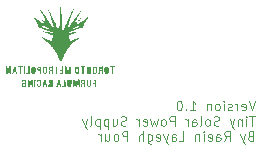
<source format=gbr>
%TF.GenerationSoftware,KiCad,Pcbnew,9.0.1*%
%TF.CreationDate,2025-07-01T21:06:15-04:00*%
%TF.ProjectId,Tiny Solar Power Suppy,54696e79-2053-46f6-9c61-7220506f7765,rev?*%
%TF.SameCoordinates,Original*%
%TF.FileFunction,Legend,Bot*%
%TF.FilePolarity,Positive*%
%FSLAX46Y46*%
G04 Gerber Fmt 4.6, Leading zero omitted, Abs format (unit mm)*
G04 Created by KiCad (PCBNEW 9.0.1) date 2025-07-01 21:06:15*
%MOMM*%
%LPD*%
G01*
G04 APERTURE LIST*
%ADD10C,0.100000*%
%ADD11C,0.000000*%
G04 APERTURE END LIST*
D10*
X127658020Y-126720985D02*
X127391353Y-127520985D01*
X127391353Y-127520985D02*
X127124687Y-126720985D01*
X126553258Y-127482890D02*
X126629449Y-127520985D01*
X126629449Y-127520985D02*
X126781830Y-127520985D01*
X126781830Y-127520985D02*
X126858020Y-127482890D01*
X126858020Y-127482890D02*
X126896116Y-127406699D01*
X126896116Y-127406699D02*
X126896116Y-127101937D01*
X126896116Y-127101937D02*
X126858020Y-127025747D01*
X126858020Y-127025747D02*
X126781830Y-126987651D01*
X126781830Y-126987651D02*
X126629449Y-126987651D01*
X126629449Y-126987651D02*
X126553258Y-127025747D01*
X126553258Y-127025747D02*
X126515163Y-127101937D01*
X126515163Y-127101937D02*
X126515163Y-127178128D01*
X126515163Y-127178128D02*
X126896116Y-127254318D01*
X126172306Y-127520985D02*
X126172306Y-126987651D01*
X126172306Y-127140032D02*
X126134211Y-127063842D01*
X126134211Y-127063842D02*
X126096116Y-127025747D01*
X126096116Y-127025747D02*
X126019925Y-126987651D01*
X126019925Y-126987651D02*
X125943735Y-126987651D01*
X125715164Y-127482890D02*
X125638973Y-127520985D01*
X125638973Y-127520985D02*
X125486592Y-127520985D01*
X125486592Y-127520985D02*
X125410402Y-127482890D01*
X125410402Y-127482890D02*
X125372306Y-127406699D01*
X125372306Y-127406699D02*
X125372306Y-127368604D01*
X125372306Y-127368604D02*
X125410402Y-127292413D01*
X125410402Y-127292413D02*
X125486592Y-127254318D01*
X125486592Y-127254318D02*
X125600878Y-127254318D01*
X125600878Y-127254318D02*
X125677068Y-127216223D01*
X125677068Y-127216223D02*
X125715164Y-127140032D01*
X125715164Y-127140032D02*
X125715164Y-127101937D01*
X125715164Y-127101937D02*
X125677068Y-127025747D01*
X125677068Y-127025747D02*
X125600878Y-126987651D01*
X125600878Y-126987651D02*
X125486592Y-126987651D01*
X125486592Y-126987651D02*
X125410402Y-127025747D01*
X125029449Y-127520985D02*
X125029449Y-126987651D01*
X125029449Y-126720985D02*
X125067545Y-126759080D01*
X125067545Y-126759080D02*
X125029449Y-126797175D01*
X125029449Y-126797175D02*
X124991354Y-126759080D01*
X124991354Y-126759080D02*
X125029449Y-126720985D01*
X125029449Y-126720985D02*
X125029449Y-126797175D01*
X124534212Y-127520985D02*
X124610402Y-127482890D01*
X124610402Y-127482890D02*
X124648497Y-127444794D01*
X124648497Y-127444794D02*
X124686593Y-127368604D01*
X124686593Y-127368604D02*
X124686593Y-127140032D01*
X124686593Y-127140032D02*
X124648497Y-127063842D01*
X124648497Y-127063842D02*
X124610402Y-127025747D01*
X124610402Y-127025747D02*
X124534212Y-126987651D01*
X124534212Y-126987651D02*
X124419926Y-126987651D01*
X124419926Y-126987651D02*
X124343735Y-127025747D01*
X124343735Y-127025747D02*
X124305640Y-127063842D01*
X124305640Y-127063842D02*
X124267545Y-127140032D01*
X124267545Y-127140032D02*
X124267545Y-127368604D01*
X124267545Y-127368604D02*
X124305640Y-127444794D01*
X124305640Y-127444794D02*
X124343735Y-127482890D01*
X124343735Y-127482890D02*
X124419926Y-127520985D01*
X124419926Y-127520985D02*
X124534212Y-127520985D01*
X123924687Y-126987651D02*
X123924687Y-127520985D01*
X123924687Y-127063842D02*
X123886592Y-127025747D01*
X123886592Y-127025747D02*
X123810402Y-126987651D01*
X123810402Y-126987651D02*
X123696116Y-126987651D01*
X123696116Y-126987651D02*
X123619925Y-127025747D01*
X123619925Y-127025747D02*
X123581830Y-127101937D01*
X123581830Y-127101937D02*
X123581830Y-127520985D01*
X122172306Y-127520985D02*
X122629449Y-127520985D01*
X122400877Y-127520985D02*
X122400877Y-126720985D01*
X122400877Y-126720985D02*
X122477068Y-126835270D01*
X122477068Y-126835270D02*
X122553258Y-126911461D01*
X122553258Y-126911461D02*
X122629449Y-126949556D01*
X121829448Y-127444794D02*
X121791353Y-127482890D01*
X121791353Y-127482890D02*
X121829448Y-127520985D01*
X121829448Y-127520985D02*
X121867544Y-127482890D01*
X121867544Y-127482890D02*
X121829448Y-127444794D01*
X121829448Y-127444794D02*
X121829448Y-127520985D01*
X121296115Y-126720985D02*
X121219925Y-126720985D01*
X121219925Y-126720985D02*
X121143734Y-126759080D01*
X121143734Y-126759080D02*
X121105639Y-126797175D01*
X121105639Y-126797175D02*
X121067544Y-126873366D01*
X121067544Y-126873366D02*
X121029449Y-127025747D01*
X121029449Y-127025747D02*
X121029449Y-127216223D01*
X121029449Y-127216223D02*
X121067544Y-127368604D01*
X121067544Y-127368604D02*
X121105639Y-127444794D01*
X121105639Y-127444794D02*
X121143734Y-127482890D01*
X121143734Y-127482890D02*
X121219925Y-127520985D01*
X121219925Y-127520985D02*
X121296115Y-127520985D01*
X121296115Y-127520985D02*
X121372306Y-127482890D01*
X121372306Y-127482890D02*
X121410401Y-127444794D01*
X121410401Y-127444794D02*
X121448496Y-127368604D01*
X121448496Y-127368604D02*
X121486592Y-127216223D01*
X121486592Y-127216223D02*
X121486592Y-127025747D01*
X121486592Y-127025747D02*
X121448496Y-126873366D01*
X121448496Y-126873366D02*
X121410401Y-126797175D01*
X121410401Y-126797175D02*
X121372306Y-126759080D01*
X121372306Y-126759080D02*
X121296115Y-126720985D01*
X127658020Y-128008940D02*
X127200877Y-128008940D01*
X127429449Y-128808940D02*
X127429449Y-128008940D01*
X126934210Y-128808940D02*
X126934210Y-128275606D01*
X126934210Y-128008940D02*
X126972306Y-128047035D01*
X126972306Y-128047035D02*
X126934210Y-128085130D01*
X126934210Y-128085130D02*
X126896115Y-128047035D01*
X126896115Y-128047035D02*
X126934210Y-128008940D01*
X126934210Y-128008940D02*
X126934210Y-128085130D01*
X126553258Y-128275606D02*
X126553258Y-128808940D01*
X126553258Y-128351797D02*
X126515163Y-128313702D01*
X126515163Y-128313702D02*
X126438973Y-128275606D01*
X126438973Y-128275606D02*
X126324687Y-128275606D01*
X126324687Y-128275606D02*
X126248496Y-128313702D01*
X126248496Y-128313702D02*
X126210401Y-128389892D01*
X126210401Y-128389892D02*
X126210401Y-128808940D01*
X125905639Y-128275606D02*
X125715163Y-128808940D01*
X125524686Y-128275606D02*
X125715163Y-128808940D01*
X125715163Y-128808940D02*
X125791353Y-128999416D01*
X125791353Y-128999416D02*
X125829448Y-129037511D01*
X125829448Y-129037511D02*
X125905639Y-129075606D01*
X124648496Y-128770845D02*
X124534210Y-128808940D01*
X124534210Y-128808940D02*
X124343734Y-128808940D01*
X124343734Y-128808940D02*
X124267543Y-128770845D01*
X124267543Y-128770845D02*
X124229448Y-128732749D01*
X124229448Y-128732749D02*
X124191353Y-128656559D01*
X124191353Y-128656559D02*
X124191353Y-128580368D01*
X124191353Y-128580368D02*
X124229448Y-128504178D01*
X124229448Y-128504178D02*
X124267543Y-128466083D01*
X124267543Y-128466083D02*
X124343734Y-128427987D01*
X124343734Y-128427987D02*
X124496115Y-128389892D01*
X124496115Y-128389892D02*
X124572305Y-128351797D01*
X124572305Y-128351797D02*
X124610400Y-128313702D01*
X124610400Y-128313702D02*
X124648496Y-128237511D01*
X124648496Y-128237511D02*
X124648496Y-128161321D01*
X124648496Y-128161321D02*
X124610400Y-128085130D01*
X124610400Y-128085130D02*
X124572305Y-128047035D01*
X124572305Y-128047035D02*
X124496115Y-128008940D01*
X124496115Y-128008940D02*
X124305638Y-128008940D01*
X124305638Y-128008940D02*
X124191353Y-128047035D01*
X123734210Y-128808940D02*
X123810400Y-128770845D01*
X123810400Y-128770845D02*
X123848495Y-128732749D01*
X123848495Y-128732749D02*
X123886591Y-128656559D01*
X123886591Y-128656559D02*
X123886591Y-128427987D01*
X123886591Y-128427987D02*
X123848495Y-128351797D01*
X123848495Y-128351797D02*
X123810400Y-128313702D01*
X123810400Y-128313702D02*
X123734210Y-128275606D01*
X123734210Y-128275606D02*
X123619924Y-128275606D01*
X123619924Y-128275606D02*
X123543733Y-128313702D01*
X123543733Y-128313702D02*
X123505638Y-128351797D01*
X123505638Y-128351797D02*
X123467543Y-128427987D01*
X123467543Y-128427987D02*
X123467543Y-128656559D01*
X123467543Y-128656559D02*
X123505638Y-128732749D01*
X123505638Y-128732749D02*
X123543733Y-128770845D01*
X123543733Y-128770845D02*
X123619924Y-128808940D01*
X123619924Y-128808940D02*
X123734210Y-128808940D01*
X123010400Y-128808940D02*
X123086590Y-128770845D01*
X123086590Y-128770845D02*
X123124685Y-128694654D01*
X123124685Y-128694654D02*
X123124685Y-128008940D01*
X122362780Y-128808940D02*
X122362780Y-128389892D01*
X122362780Y-128389892D02*
X122400875Y-128313702D01*
X122400875Y-128313702D02*
X122477066Y-128275606D01*
X122477066Y-128275606D02*
X122629447Y-128275606D01*
X122629447Y-128275606D02*
X122705637Y-128313702D01*
X122362780Y-128770845D02*
X122438971Y-128808940D01*
X122438971Y-128808940D02*
X122629447Y-128808940D01*
X122629447Y-128808940D02*
X122705637Y-128770845D01*
X122705637Y-128770845D02*
X122743733Y-128694654D01*
X122743733Y-128694654D02*
X122743733Y-128618464D01*
X122743733Y-128618464D02*
X122705637Y-128542273D01*
X122705637Y-128542273D02*
X122629447Y-128504178D01*
X122629447Y-128504178D02*
X122438971Y-128504178D01*
X122438971Y-128504178D02*
X122362780Y-128466083D01*
X121981827Y-128808940D02*
X121981827Y-128275606D01*
X121981827Y-128427987D02*
X121943732Y-128351797D01*
X121943732Y-128351797D02*
X121905637Y-128313702D01*
X121905637Y-128313702D02*
X121829446Y-128275606D01*
X121829446Y-128275606D02*
X121753256Y-128275606D01*
X120877065Y-128808940D02*
X120877065Y-128008940D01*
X120877065Y-128008940D02*
X120572303Y-128008940D01*
X120572303Y-128008940D02*
X120496113Y-128047035D01*
X120496113Y-128047035D02*
X120458018Y-128085130D01*
X120458018Y-128085130D02*
X120419922Y-128161321D01*
X120419922Y-128161321D02*
X120419922Y-128275606D01*
X120419922Y-128275606D02*
X120458018Y-128351797D01*
X120458018Y-128351797D02*
X120496113Y-128389892D01*
X120496113Y-128389892D02*
X120572303Y-128427987D01*
X120572303Y-128427987D02*
X120877065Y-128427987D01*
X119962780Y-128808940D02*
X120038970Y-128770845D01*
X120038970Y-128770845D02*
X120077065Y-128732749D01*
X120077065Y-128732749D02*
X120115161Y-128656559D01*
X120115161Y-128656559D02*
X120115161Y-128427987D01*
X120115161Y-128427987D02*
X120077065Y-128351797D01*
X120077065Y-128351797D02*
X120038970Y-128313702D01*
X120038970Y-128313702D02*
X119962780Y-128275606D01*
X119962780Y-128275606D02*
X119848494Y-128275606D01*
X119848494Y-128275606D02*
X119772303Y-128313702D01*
X119772303Y-128313702D02*
X119734208Y-128351797D01*
X119734208Y-128351797D02*
X119696113Y-128427987D01*
X119696113Y-128427987D02*
X119696113Y-128656559D01*
X119696113Y-128656559D02*
X119734208Y-128732749D01*
X119734208Y-128732749D02*
X119772303Y-128770845D01*
X119772303Y-128770845D02*
X119848494Y-128808940D01*
X119848494Y-128808940D02*
X119962780Y-128808940D01*
X119429446Y-128275606D02*
X119277065Y-128808940D01*
X119277065Y-128808940D02*
X119124684Y-128427987D01*
X119124684Y-128427987D02*
X118972303Y-128808940D01*
X118972303Y-128808940D02*
X118819922Y-128275606D01*
X118210398Y-128770845D02*
X118286589Y-128808940D01*
X118286589Y-128808940D02*
X118438970Y-128808940D01*
X118438970Y-128808940D02*
X118515160Y-128770845D01*
X118515160Y-128770845D02*
X118553256Y-128694654D01*
X118553256Y-128694654D02*
X118553256Y-128389892D01*
X118553256Y-128389892D02*
X118515160Y-128313702D01*
X118515160Y-128313702D02*
X118438970Y-128275606D01*
X118438970Y-128275606D02*
X118286589Y-128275606D01*
X118286589Y-128275606D02*
X118210398Y-128313702D01*
X118210398Y-128313702D02*
X118172303Y-128389892D01*
X118172303Y-128389892D02*
X118172303Y-128466083D01*
X118172303Y-128466083D02*
X118553256Y-128542273D01*
X117829446Y-128808940D02*
X117829446Y-128275606D01*
X117829446Y-128427987D02*
X117791351Y-128351797D01*
X117791351Y-128351797D02*
X117753256Y-128313702D01*
X117753256Y-128313702D02*
X117677065Y-128275606D01*
X117677065Y-128275606D02*
X117600875Y-128275606D01*
X116762780Y-128770845D02*
X116648494Y-128808940D01*
X116648494Y-128808940D02*
X116458018Y-128808940D01*
X116458018Y-128808940D02*
X116381827Y-128770845D01*
X116381827Y-128770845D02*
X116343732Y-128732749D01*
X116343732Y-128732749D02*
X116305637Y-128656559D01*
X116305637Y-128656559D02*
X116305637Y-128580368D01*
X116305637Y-128580368D02*
X116343732Y-128504178D01*
X116343732Y-128504178D02*
X116381827Y-128466083D01*
X116381827Y-128466083D02*
X116458018Y-128427987D01*
X116458018Y-128427987D02*
X116610399Y-128389892D01*
X116610399Y-128389892D02*
X116686589Y-128351797D01*
X116686589Y-128351797D02*
X116724684Y-128313702D01*
X116724684Y-128313702D02*
X116762780Y-128237511D01*
X116762780Y-128237511D02*
X116762780Y-128161321D01*
X116762780Y-128161321D02*
X116724684Y-128085130D01*
X116724684Y-128085130D02*
X116686589Y-128047035D01*
X116686589Y-128047035D02*
X116610399Y-128008940D01*
X116610399Y-128008940D02*
X116419922Y-128008940D01*
X116419922Y-128008940D02*
X116305637Y-128047035D01*
X115619922Y-128275606D02*
X115619922Y-128808940D01*
X115962779Y-128275606D02*
X115962779Y-128694654D01*
X115962779Y-128694654D02*
X115924684Y-128770845D01*
X115924684Y-128770845D02*
X115848494Y-128808940D01*
X115848494Y-128808940D02*
X115734208Y-128808940D01*
X115734208Y-128808940D02*
X115658017Y-128770845D01*
X115658017Y-128770845D02*
X115619922Y-128732749D01*
X115238969Y-128275606D02*
X115238969Y-129075606D01*
X115238969Y-128313702D02*
X115162779Y-128275606D01*
X115162779Y-128275606D02*
X115010398Y-128275606D01*
X115010398Y-128275606D02*
X114934207Y-128313702D01*
X114934207Y-128313702D02*
X114896112Y-128351797D01*
X114896112Y-128351797D02*
X114858017Y-128427987D01*
X114858017Y-128427987D02*
X114858017Y-128656559D01*
X114858017Y-128656559D02*
X114896112Y-128732749D01*
X114896112Y-128732749D02*
X114934207Y-128770845D01*
X114934207Y-128770845D02*
X115010398Y-128808940D01*
X115010398Y-128808940D02*
X115162779Y-128808940D01*
X115162779Y-128808940D02*
X115238969Y-128770845D01*
X114515159Y-128275606D02*
X114515159Y-129075606D01*
X114515159Y-128313702D02*
X114438969Y-128275606D01*
X114438969Y-128275606D02*
X114286588Y-128275606D01*
X114286588Y-128275606D02*
X114210397Y-128313702D01*
X114210397Y-128313702D02*
X114172302Y-128351797D01*
X114172302Y-128351797D02*
X114134207Y-128427987D01*
X114134207Y-128427987D02*
X114134207Y-128656559D01*
X114134207Y-128656559D02*
X114172302Y-128732749D01*
X114172302Y-128732749D02*
X114210397Y-128770845D01*
X114210397Y-128770845D02*
X114286588Y-128808940D01*
X114286588Y-128808940D02*
X114438969Y-128808940D01*
X114438969Y-128808940D02*
X114515159Y-128770845D01*
X113677064Y-128808940D02*
X113753254Y-128770845D01*
X113753254Y-128770845D02*
X113791349Y-128694654D01*
X113791349Y-128694654D02*
X113791349Y-128008940D01*
X113448492Y-128275606D02*
X113258016Y-128808940D01*
X113067539Y-128275606D02*
X113258016Y-128808940D01*
X113258016Y-128808940D02*
X113334206Y-128999416D01*
X113334206Y-128999416D02*
X113372301Y-129037511D01*
X113372301Y-129037511D02*
X113448492Y-129075606D01*
X127277068Y-129677847D02*
X127162782Y-129715942D01*
X127162782Y-129715942D02*
X127124687Y-129754038D01*
X127124687Y-129754038D02*
X127086591Y-129830228D01*
X127086591Y-129830228D02*
X127086591Y-129944514D01*
X127086591Y-129944514D02*
X127124687Y-130020704D01*
X127124687Y-130020704D02*
X127162782Y-130058800D01*
X127162782Y-130058800D02*
X127238972Y-130096895D01*
X127238972Y-130096895D02*
X127543734Y-130096895D01*
X127543734Y-130096895D02*
X127543734Y-129296895D01*
X127543734Y-129296895D02*
X127277068Y-129296895D01*
X127277068Y-129296895D02*
X127200877Y-129334990D01*
X127200877Y-129334990D02*
X127162782Y-129373085D01*
X127162782Y-129373085D02*
X127124687Y-129449276D01*
X127124687Y-129449276D02*
X127124687Y-129525466D01*
X127124687Y-129525466D02*
X127162782Y-129601657D01*
X127162782Y-129601657D02*
X127200877Y-129639752D01*
X127200877Y-129639752D02*
X127277068Y-129677847D01*
X127277068Y-129677847D02*
X127543734Y-129677847D01*
X126819925Y-129563561D02*
X126629449Y-130096895D01*
X126438972Y-129563561D02*
X126629449Y-130096895D01*
X126629449Y-130096895D02*
X126705639Y-130287371D01*
X126705639Y-130287371D02*
X126743734Y-130325466D01*
X126743734Y-130325466D02*
X126819925Y-130363561D01*
X125067543Y-130096895D02*
X125334210Y-129715942D01*
X125524686Y-130096895D02*
X125524686Y-129296895D01*
X125524686Y-129296895D02*
X125219924Y-129296895D01*
X125219924Y-129296895D02*
X125143734Y-129334990D01*
X125143734Y-129334990D02*
X125105639Y-129373085D01*
X125105639Y-129373085D02*
X125067543Y-129449276D01*
X125067543Y-129449276D02*
X125067543Y-129563561D01*
X125067543Y-129563561D02*
X125105639Y-129639752D01*
X125105639Y-129639752D02*
X125143734Y-129677847D01*
X125143734Y-129677847D02*
X125219924Y-129715942D01*
X125219924Y-129715942D02*
X125524686Y-129715942D01*
X124381829Y-130096895D02*
X124381829Y-129677847D01*
X124381829Y-129677847D02*
X124419924Y-129601657D01*
X124419924Y-129601657D02*
X124496115Y-129563561D01*
X124496115Y-129563561D02*
X124648496Y-129563561D01*
X124648496Y-129563561D02*
X124724686Y-129601657D01*
X124381829Y-130058800D02*
X124458020Y-130096895D01*
X124458020Y-130096895D02*
X124648496Y-130096895D01*
X124648496Y-130096895D02*
X124724686Y-130058800D01*
X124724686Y-130058800D02*
X124762782Y-129982609D01*
X124762782Y-129982609D02*
X124762782Y-129906419D01*
X124762782Y-129906419D02*
X124724686Y-129830228D01*
X124724686Y-129830228D02*
X124648496Y-129792133D01*
X124648496Y-129792133D02*
X124458020Y-129792133D01*
X124458020Y-129792133D02*
X124381829Y-129754038D01*
X123696114Y-130058800D02*
X123772305Y-130096895D01*
X123772305Y-130096895D02*
X123924686Y-130096895D01*
X123924686Y-130096895D02*
X124000876Y-130058800D01*
X124000876Y-130058800D02*
X124038972Y-129982609D01*
X124038972Y-129982609D02*
X124038972Y-129677847D01*
X124038972Y-129677847D02*
X124000876Y-129601657D01*
X124000876Y-129601657D02*
X123924686Y-129563561D01*
X123924686Y-129563561D02*
X123772305Y-129563561D01*
X123772305Y-129563561D02*
X123696114Y-129601657D01*
X123696114Y-129601657D02*
X123658019Y-129677847D01*
X123658019Y-129677847D02*
X123658019Y-129754038D01*
X123658019Y-129754038D02*
X124038972Y-129830228D01*
X123315162Y-130096895D02*
X123315162Y-129563561D01*
X123315162Y-129296895D02*
X123353258Y-129334990D01*
X123353258Y-129334990D02*
X123315162Y-129373085D01*
X123315162Y-129373085D02*
X123277067Y-129334990D01*
X123277067Y-129334990D02*
X123315162Y-129296895D01*
X123315162Y-129296895D02*
X123315162Y-129373085D01*
X122934210Y-129563561D02*
X122934210Y-130096895D01*
X122934210Y-129639752D02*
X122896115Y-129601657D01*
X122896115Y-129601657D02*
X122819925Y-129563561D01*
X122819925Y-129563561D02*
X122705639Y-129563561D01*
X122705639Y-129563561D02*
X122629448Y-129601657D01*
X122629448Y-129601657D02*
X122591353Y-129677847D01*
X122591353Y-129677847D02*
X122591353Y-130096895D01*
X121219924Y-130096895D02*
X121600876Y-130096895D01*
X121600876Y-130096895D02*
X121600876Y-129296895D01*
X120610400Y-130096895D02*
X120610400Y-129677847D01*
X120610400Y-129677847D02*
X120648495Y-129601657D01*
X120648495Y-129601657D02*
X120724686Y-129563561D01*
X120724686Y-129563561D02*
X120877067Y-129563561D01*
X120877067Y-129563561D02*
X120953257Y-129601657D01*
X120610400Y-130058800D02*
X120686591Y-130096895D01*
X120686591Y-130096895D02*
X120877067Y-130096895D01*
X120877067Y-130096895D02*
X120953257Y-130058800D01*
X120953257Y-130058800D02*
X120991353Y-129982609D01*
X120991353Y-129982609D02*
X120991353Y-129906419D01*
X120991353Y-129906419D02*
X120953257Y-129830228D01*
X120953257Y-129830228D02*
X120877067Y-129792133D01*
X120877067Y-129792133D02*
X120686591Y-129792133D01*
X120686591Y-129792133D02*
X120610400Y-129754038D01*
X120305638Y-129563561D02*
X120115162Y-130096895D01*
X119924685Y-129563561D02*
X120115162Y-130096895D01*
X120115162Y-130096895D02*
X120191352Y-130287371D01*
X120191352Y-130287371D02*
X120229447Y-130325466D01*
X120229447Y-130325466D02*
X120305638Y-130363561D01*
X119315161Y-130058800D02*
X119391352Y-130096895D01*
X119391352Y-130096895D02*
X119543733Y-130096895D01*
X119543733Y-130096895D02*
X119619923Y-130058800D01*
X119619923Y-130058800D02*
X119658019Y-129982609D01*
X119658019Y-129982609D02*
X119658019Y-129677847D01*
X119658019Y-129677847D02*
X119619923Y-129601657D01*
X119619923Y-129601657D02*
X119543733Y-129563561D01*
X119543733Y-129563561D02*
X119391352Y-129563561D01*
X119391352Y-129563561D02*
X119315161Y-129601657D01*
X119315161Y-129601657D02*
X119277066Y-129677847D01*
X119277066Y-129677847D02*
X119277066Y-129754038D01*
X119277066Y-129754038D02*
X119658019Y-129830228D01*
X118591352Y-129563561D02*
X118591352Y-130211180D01*
X118591352Y-130211180D02*
X118629447Y-130287371D01*
X118629447Y-130287371D02*
X118667543Y-130325466D01*
X118667543Y-130325466D02*
X118743733Y-130363561D01*
X118743733Y-130363561D02*
X118858019Y-130363561D01*
X118858019Y-130363561D02*
X118934209Y-130325466D01*
X118591352Y-130058800D02*
X118667543Y-130096895D01*
X118667543Y-130096895D02*
X118819924Y-130096895D01*
X118819924Y-130096895D02*
X118896114Y-130058800D01*
X118896114Y-130058800D02*
X118934209Y-130020704D01*
X118934209Y-130020704D02*
X118972305Y-129944514D01*
X118972305Y-129944514D02*
X118972305Y-129715942D01*
X118972305Y-129715942D02*
X118934209Y-129639752D01*
X118934209Y-129639752D02*
X118896114Y-129601657D01*
X118896114Y-129601657D02*
X118819924Y-129563561D01*
X118819924Y-129563561D02*
X118667543Y-129563561D01*
X118667543Y-129563561D02*
X118591352Y-129601657D01*
X118210399Y-130096895D02*
X118210399Y-129296895D01*
X117867542Y-130096895D02*
X117867542Y-129677847D01*
X117867542Y-129677847D02*
X117905637Y-129601657D01*
X117905637Y-129601657D02*
X117981828Y-129563561D01*
X117981828Y-129563561D02*
X118096114Y-129563561D01*
X118096114Y-129563561D02*
X118172304Y-129601657D01*
X118172304Y-129601657D02*
X118210399Y-129639752D01*
X116877065Y-130096895D02*
X116877065Y-129296895D01*
X116877065Y-129296895D02*
X116572303Y-129296895D01*
X116572303Y-129296895D02*
X116496113Y-129334990D01*
X116496113Y-129334990D02*
X116458018Y-129373085D01*
X116458018Y-129373085D02*
X116419922Y-129449276D01*
X116419922Y-129449276D02*
X116419922Y-129563561D01*
X116419922Y-129563561D02*
X116458018Y-129639752D01*
X116458018Y-129639752D02*
X116496113Y-129677847D01*
X116496113Y-129677847D02*
X116572303Y-129715942D01*
X116572303Y-129715942D02*
X116877065Y-129715942D01*
X115962780Y-130096895D02*
X116038970Y-130058800D01*
X116038970Y-130058800D02*
X116077065Y-130020704D01*
X116077065Y-130020704D02*
X116115161Y-129944514D01*
X116115161Y-129944514D02*
X116115161Y-129715942D01*
X116115161Y-129715942D02*
X116077065Y-129639752D01*
X116077065Y-129639752D02*
X116038970Y-129601657D01*
X116038970Y-129601657D02*
X115962780Y-129563561D01*
X115962780Y-129563561D02*
X115848494Y-129563561D01*
X115848494Y-129563561D02*
X115772303Y-129601657D01*
X115772303Y-129601657D02*
X115734208Y-129639752D01*
X115734208Y-129639752D02*
X115696113Y-129715942D01*
X115696113Y-129715942D02*
X115696113Y-129944514D01*
X115696113Y-129944514D02*
X115734208Y-130020704D01*
X115734208Y-130020704D02*
X115772303Y-130058800D01*
X115772303Y-130058800D02*
X115848494Y-130096895D01*
X115848494Y-130096895D02*
X115962780Y-130096895D01*
X115010398Y-129563561D02*
X115010398Y-130096895D01*
X115353255Y-129563561D02*
X115353255Y-129982609D01*
X115353255Y-129982609D02*
X115315160Y-130058800D01*
X115315160Y-130058800D02*
X115238970Y-130096895D01*
X115238970Y-130096895D02*
X115124684Y-130096895D01*
X115124684Y-130096895D02*
X115048493Y-130058800D01*
X115048493Y-130058800D02*
X115010398Y-130020704D01*
X114629445Y-130096895D02*
X114629445Y-129563561D01*
X114629445Y-129715942D02*
X114591350Y-129639752D01*
X114591350Y-129639752D02*
X114553255Y-129601657D01*
X114553255Y-129601657D02*
X114477064Y-129563561D01*
X114477064Y-129563561D02*
X114400874Y-129563561D01*
D11*
%TO.C,G\u002A\u002A\u002A*%
G36*
X114201678Y-125221889D02*
G01*
X114201678Y-125527823D01*
X114149446Y-125527823D01*
X114097213Y-125527823D01*
X114097213Y-125393511D01*
X114097213Y-125259198D01*
X114015133Y-125259198D01*
X114013878Y-125259198D01*
X113967497Y-125258400D01*
X113943464Y-125253344D01*
X113934431Y-125240022D01*
X113933053Y-125214427D01*
X113933053Y-125213743D01*
X113934516Y-125188444D01*
X113943786Y-125175335D01*
X113968209Y-125170408D01*
X114015133Y-125169656D01*
X114097213Y-125169656D01*
X114097213Y-125080115D01*
X114096385Y-125045373D01*
X114090444Y-125003510D01*
X114078558Y-124988999D01*
X114072943Y-124988676D01*
X114040501Y-124988092D01*
X113996479Y-124988272D01*
X113984904Y-124988365D01*
X113950649Y-124985954D01*
X113936090Y-124975546D01*
X113933053Y-124952536D01*
X113933059Y-124949865D01*
X113934681Y-124933486D01*
X113943181Y-124923470D01*
X113964300Y-124918252D01*
X114003781Y-124916269D01*
X114067366Y-124915955D01*
X114201678Y-124915955D01*
X114201678Y-125221889D01*
G37*
G36*
X113798398Y-125246831D02*
G01*
X113794512Y-125342340D01*
X113785663Y-125412702D01*
X113771054Y-125461058D01*
X113749890Y-125490552D01*
X113721375Y-125504326D01*
X113696765Y-125509588D01*
X113656966Y-125518049D01*
X113646131Y-125520293D01*
X113612801Y-125525101D01*
X113583245Y-125522653D01*
X113541332Y-125512122D01*
X113534292Y-125510074D01*
X113499527Y-125495291D01*
X113474381Y-125472495D01*
X113457384Y-125437337D01*
X113447064Y-125385465D01*
X113441951Y-125312532D01*
X113440574Y-125214187D01*
X113440640Y-125209013D01*
X113545039Y-125209013D01*
X113545041Y-125211762D01*
X113546322Y-125285597D01*
X113549652Y-125350224D01*
X113554539Y-125398764D01*
X113560488Y-125424339D01*
X113577752Y-125442612D01*
X113619657Y-125453205D01*
X113649978Y-125448263D01*
X113678827Y-125424339D01*
X113679054Y-125423894D01*
X113684973Y-125397370D01*
X113689812Y-125348130D01*
X113693077Y-125283052D01*
X113694275Y-125209013D01*
X113693684Y-125143695D01*
X113690143Y-125072394D01*
X113682266Y-125023990D01*
X113668756Y-124994433D01*
X113648319Y-124979670D01*
X113619657Y-124975649D01*
X113598772Y-124977499D01*
X113575973Y-124988571D01*
X113560496Y-125013207D01*
X113551045Y-125055458D01*
X113546325Y-125119376D01*
X113545039Y-125209013D01*
X113440640Y-125209013D01*
X113441736Y-125123058D01*
X113447183Y-125044514D01*
X113459163Y-124988635D01*
X113479909Y-124951654D01*
X113511655Y-124929805D01*
X113556632Y-124919319D01*
X113617074Y-124916430D01*
X113661130Y-124917035D01*
X113699714Y-124922139D01*
X113727480Y-124935207D01*
X113755118Y-124959578D01*
X113798741Y-125003201D01*
X113798741Y-125198835D01*
X113798668Y-125209013D01*
X113798398Y-125246831D01*
G37*
G36*
X113305954Y-125132352D02*
G01*
X113306261Y-125224376D01*
X113306261Y-125527823D01*
X113247148Y-125527823D01*
X113188034Y-125527823D01*
X113183722Y-125397242D01*
X113179410Y-125266660D01*
X113134817Y-125271513D01*
X113112926Y-125274828D01*
X113076129Y-125290599D01*
X113057579Y-125322459D01*
X113052356Y-125376683D01*
X113052278Y-125388132D01*
X113048946Y-125450177D01*
X113039133Y-125488338D01*
X113020605Y-125507588D01*
X112991125Y-125512900D01*
X112985953Y-125512888D01*
X112964236Y-125510766D01*
X112952978Y-125500014D01*
X112948742Y-125473559D01*
X112948094Y-125424329D01*
X112948418Y-125401547D01*
X112956847Y-125322989D01*
X112976695Y-125271995D01*
X113007968Y-125248552D01*
X113020803Y-125244894D01*
X113034945Y-125236044D01*
X113027847Y-125221224D01*
X112998410Y-125194179D01*
X112994379Y-125190531D01*
X112962360Y-125141979D01*
X112948843Y-125081576D01*
X112950133Y-125068058D01*
X113053383Y-125068058D01*
X113055840Y-125115595D01*
X113068008Y-125155714D01*
X113090147Y-125176742D01*
X113135165Y-125184580D01*
X113186872Y-125184580D01*
X113186872Y-125087577D01*
X113186872Y-124990573D01*
X113137624Y-124990573D01*
X113136520Y-124990577D01*
X113097088Y-124995966D01*
X113070468Y-125008481D01*
X113060413Y-125026485D01*
X113053383Y-125068058D01*
X112950133Y-125068058D01*
X112954690Y-125020314D01*
X112980762Y-124969182D01*
X112995817Y-124953109D01*
X113016430Y-124938582D01*
X113044952Y-124929266D01*
X113088688Y-124923001D01*
X113154941Y-124917624D01*
X113187945Y-124915491D01*
X113243368Y-124912940D01*
X113282943Y-124912521D01*
X113299721Y-124914389D01*
X113300185Y-124915616D01*
X113302116Y-124937977D01*
X113303785Y-124984593D01*
X113305097Y-125050905D01*
X113305483Y-125087577D01*
X113305954Y-125132352D01*
G37*
G36*
X112752186Y-124913664D02*
G01*
X112828705Y-124918836D01*
X112828705Y-125224321D01*
X112828705Y-125529806D01*
X112787665Y-125525084D01*
X112746625Y-125520361D01*
X112739164Y-125259198D01*
X112736502Y-125183781D01*
X112732869Y-125113031D01*
X112728823Y-125059392D01*
X112724687Y-125027107D01*
X112720791Y-125020420D01*
X112717600Y-125029645D01*
X112708045Y-125065627D01*
X112694560Y-125122084D01*
X112678455Y-125193441D01*
X112661046Y-125274122D01*
X112612212Y-125505438D01*
X112557566Y-125509994D01*
X112550106Y-125510732D01*
X112532016Y-125512763D01*
X112518306Y-125511699D01*
X112507400Y-125503825D01*
X112497722Y-125485427D01*
X112487696Y-125452791D01*
X112475747Y-125402202D01*
X112460300Y-125329945D01*
X112439778Y-125232305D01*
X112429160Y-125183717D01*
X112412538Y-125114074D01*
X112397804Y-125059877D01*
X112386251Y-125025739D01*
X112379175Y-125016273D01*
X112376160Y-125026080D01*
X112371872Y-125061992D01*
X112367981Y-125118867D01*
X112364821Y-125191449D01*
X112362728Y-125274482D01*
X112361206Y-125359263D01*
X112359384Y-125426280D01*
X112356747Y-125471778D01*
X112352645Y-125500084D01*
X112346425Y-125515527D01*
X112337438Y-125522433D01*
X112325033Y-125525130D01*
X112303701Y-125524230D01*
X112289820Y-125510207D01*
X112289786Y-125509731D01*
X112289162Y-125487466D01*
X112288421Y-125440647D01*
X112287621Y-125374248D01*
X112286824Y-125293242D01*
X112286089Y-125202601D01*
X112283993Y-124914688D01*
X112365116Y-124919052D01*
X112446239Y-124923417D01*
X112491967Y-125144372D01*
X112500565Y-125184710D01*
X112517163Y-125256170D01*
X112532296Y-125313495D01*
X112544577Y-125351626D01*
X112552618Y-125365504D01*
X112555541Y-125362919D01*
X112566065Y-125338289D01*
X112580541Y-125291765D01*
X112597455Y-125228476D01*
X112615290Y-125153545D01*
X112622316Y-125122452D01*
X112639111Y-125049159D01*
X112653440Y-124988042D01*
X112663967Y-124944755D01*
X112669353Y-124924951D01*
X112673856Y-124920255D01*
X112702717Y-124913500D01*
X112752186Y-124913664D01*
G37*
G36*
X111888517Y-125166672D02*
G01*
X111888520Y-125177783D01*
X111889078Y-125274271D01*
X111891309Y-125345207D01*
X111896230Y-125394494D01*
X111904857Y-125426034D01*
X111918205Y-125443731D01*
X111937293Y-125451487D01*
X111963135Y-125453205D01*
X111978959Y-125452682D01*
X112001994Y-125447335D01*
X112018119Y-125432806D01*
X112028556Y-125404963D01*
X112034527Y-125359677D01*
X112037253Y-125292816D01*
X112037957Y-125200250D01*
X112037966Y-125192073D01*
X112038498Y-125095304D01*
X112040385Y-125024175D01*
X112044484Y-124974765D01*
X112051653Y-124943158D01*
X112062749Y-124925432D01*
X112078629Y-124917671D01*
X112100150Y-124915955D01*
X112144143Y-124915955D01*
X112139450Y-125175957D01*
X112137720Y-125263816D01*
X112135616Y-125334671D01*
X112132650Y-125384828D01*
X112128180Y-125419044D01*
X112121567Y-125442075D01*
X112112168Y-125458680D01*
X112099342Y-125473615D01*
X112098816Y-125474171D01*
X112062451Y-125502288D01*
X112024724Y-125517617D01*
X111993295Y-125520210D01*
X111935545Y-125517275D01*
X111879956Y-125507378D01*
X111840285Y-125492400D01*
X111825096Y-125479207D01*
X111808876Y-125450460D01*
X111797236Y-125406042D01*
X111789611Y-125342430D01*
X111785433Y-125256103D01*
X111784135Y-125143540D01*
X111784052Y-124915955D01*
X111836285Y-124915955D01*
X111888517Y-124915955D01*
X111888517Y-125166672D01*
G37*
G36*
X111579200Y-124918766D02*
G01*
X111627354Y-124923417D01*
X111631394Y-125225620D01*
X111635434Y-125527823D01*
X111500812Y-125527823D01*
X111490642Y-125527822D01*
X111430544Y-125527375D01*
X111393785Y-125525056D01*
X111374631Y-125519307D01*
X111367345Y-125508572D01*
X111366191Y-125491294D01*
X111367078Y-125476393D01*
X111375418Y-125461563D01*
X111398766Y-125454145D01*
X111444540Y-125450254D01*
X111522889Y-125445743D01*
X111526968Y-125179930D01*
X111531047Y-124914116D01*
X111579200Y-124918766D01*
G37*
G36*
X111221215Y-125322973D02*
G01*
X111236926Y-125391898D01*
X111249809Y-125449265D01*
X111258523Y-125489242D01*
X111261725Y-125506000D01*
X111254282Y-125510453D01*
X111228147Y-125517291D01*
X111205794Y-125521606D01*
X111184244Y-125525791D01*
X111179336Y-125521967D01*
X111167282Y-125497281D01*
X111153898Y-125456940D01*
X111133878Y-125386058D01*
X111059884Y-125386053D01*
X110985889Y-125386049D01*
X110972451Y-125449474D01*
X110969017Y-125465056D01*
X110958316Y-125497064D01*
X110941466Y-125510298D01*
X110910517Y-125512900D01*
X110862022Y-125512900D01*
X110887961Y-125397242D01*
X110899165Y-125347571D01*
X110914443Y-125280335D01*
X111010376Y-125280335D01*
X111012592Y-125298588D01*
X111016080Y-125301273D01*
X111044755Y-125310034D01*
X111081453Y-125312122D01*
X111108628Y-125306154D01*
X111114301Y-125288345D01*
X111111533Y-125241814D01*
X111099371Y-125166994D01*
X111093186Y-125134853D01*
X111079473Y-125070703D01*
X111068193Y-125034978D01*
X111058060Y-125027908D01*
X111047787Y-125049722D01*
X111036086Y-125100653D01*
X111021673Y-125180932D01*
X111020457Y-125188208D01*
X111013205Y-125240850D01*
X111010376Y-125280335D01*
X110914443Y-125280335D01*
X110916905Y-125269499D01*
X110936705Y-125182815D01*
X110956000Y-125098769D01*
X110998101Y-124915955D01*
X111060942Y-124915955D01*
X111123784Y-124915955D01*
X111149141Y-125016689D01*
X111156921Y-125048290D01*
X111170529Y-125105147D01*
X111186675Y-125173767D01*
X111204017Y-125248319D01*
X111213238Y-125288345D01*
X111221215Y-125322973D01*
G37*
G36*
X110545392Y-125221889D02*
G01*
X110545392Y-125527823D01*
X110493159Y-125527823D01*
X110460858Y-125525813D01*
X110443948Y-125514486D01*
X110439427Y-125486783D01*
X110439195Y-125480501D01*
X110436479Y-125414605D01*
X110433494Y-125352844D01*
X110430683Y-125303784D01*
X110428490Y-125275987D01*
X110425179Y-125269083D01*
X110403270Y-125262212D01*
X110369897Y-125266384D01*
X110335456Y-125279525D01*
X110310345Y-125299561D01*
X110301718Y-125321861D01*
X110294431Y-125367925D01*
X110291690Y-125426210D01*
X110291690Y-125527823D01*
X110237495Y-125527823D01*
X110183300Y-125527823D01*
X110190657Y-125413186D01*
X110191615Y-125398746D01*
X110196801Y-125343604D01*
X110204916Y-125307846D01*
X110218836Y-125282790D01*
X110241433Y-125259752D01*
X110284853Y-125220957D01*
X110245465Y-125188336D01*
X110209618Y-125143033D01*
X110194971Y-125081052D01*
X110195469Y-125077899D01*
X110295504Y-125077899D01*
X110296078Y-125122370D01*
X110314381Y-125155070D01*
X110338146Y-125171584D01*
X110374840Y-125183009D01*
X110409642Y-125184254D01*
X110430331Y-125173387D01*
X110432616Y-125162240D01*
X110434731Y-125127563D01*
X110434942Y-125080115D01*
X110433343Y-125034627D01*
X110427840Y-125008919D01*
X110414338Y-124997993D01*
X110388694Y-124994147D01*
X110381224Y-124993599D01*
X110336917Y-124998306D01*
X110310718Y-125022268D01*
X110296616Y-125070467D01*
X110295504Y-125077899D01*
X110195469Y-125077899D01*
X110206257Y-125009665D01*
X110217533Y-124982224D01*
X110242883Y-124950069D01*
X110281978Y-124929848D01*
X110340035Y-124919303D01*
X110422272Y-124916175D01*
X110545392Y-124915955D01*
X110545392Y-125080115D01*
X110545392Y-125221889D01*
G37*
G36*
X109088810Y-125218158D02*
G01*
X109088635Y-125239141D01*
X109087790Y-125328745D01*
X109086904Y-125406555D01*
X109086037Y-125468059D01*
X109085252Y-125508742D01*
X109084612Y-125524092D01*
X109083991Y-125524557D01*
X109065737Y-125526878D01*
X109030644Y-125527823D01*
X108978412Y-125527823D01*
X108978412Y-125221889D01*
X108978412Y-124915955D01*
X109034842Y-124915955D01*
X109091273Y-124915955D01*
X109088810Y-125218158D01*
G37*
G36*
X108844099Y-125221144D02*
G01*
X108844099Y-125527823D01*
X108807671Y-125527823D01*
X108782790Y-125524921D01*
X108763374Y-125515092D01*
X108761191Y-125502035D01*
X108758668Y-125463013D01*
X108756477Y-125403432D01*
X108754799Y-125328402D01*
X108753814Y-125243037D01*
X108752844Y-125169287D01*
X108750788Y-125098565D01*
X108747936Y-125044901D01*
X108744522Y-125012557D01*
X108740780Y-125005797D01*
X108736781Y-125017599D01*
X108726863Y-125055955D01*
X108713246Y-125114484D01*
X108697179Y-125187769D01*
X108679905Y-125270391D01*
X108672659Y-125305712D01*
X108655666Y-125386056D01*
X108642387Y-125442632D01*
X108631460Y-125479530D01*
X108621526Y-125500840D01*
X108611224Y-125510655D01*
X108599192Y-125513064D01*
X108595957Y-125513122D01*
X108557939Y-125516203D01*
X108512048Y-125522478D01*
X108456085Y-125531729D01*
X108456085Y-125223842D01*
X108456085Y-124915955D01*
X108500856Y-124915955D01*
X108545627Y-124915955D01*
X108545627Y-125169656D01*
X108546039Y-125236277D01*
X108547624Y-125310857D01*
X108550186Y-125370127D01*
X108553503Y-125409243D01*
X108557351Y-125423358D01*
X108562336Y-125414368D01*
X108572831Y-125380483D01*
X108586942Y-125325863D01*
X108603457Y-125255250D01*
X108621166Y-125173387D01*
X108673257Y-124923417D01*
X108758678Y-124918941D01*
X108844099Y-124914465D01*
X108844099Y-125221144D01*
G37*
G36*
X108174366Y-124916868D02*
G01*
X108211559Y-124923011D01*
X108240534Y-124938887D01*
X108273308Y-124968971D01*
X108326324Y-125021988D01*
X108316573Y-125225313D01*
X108315655Y-125243859D01*
X108309697Y-125334933D01*
X108301468Y-125401423D01*
X108289351Y-125447818D01*
X108271729Y-125478605D01*
X108246984Y-125498270D01*
X108213498Y-125511302D01*
X108204234Y-125513424D01*
X108161898Y-125517514D01*
X108107268Y-125518093D01*
X108050861Y-125515544D01*
X108003198Y-125510251D01*
X107974798Y-125502598D01*
X107971653Y-125494805D01*
X107967505Y-125462396D01*
X107964661Y-125411179D01*
X107963605Y-125347859D01*
X107963605Y-125199504D01*
X108036627Y-125199504D01*
X108057819Y-125199962D01*
X108099931Y-125206582D01*
X108118238Y-125221889D01*
X108122062Y-125247432D01*
X108111797Y-125276611D01*
X108088860Y-125289045D01*
X108077958Y-125294969D01*
X108070351Y-125321009D01*
X108068071Y-125372026D01*
X108068071Y-125455007D01*
X108123691Y-125450375D01*
X108134962Y-125449189D01*
X108174480Y-125436663D01*
X108198089Y-125408434D01*
X108205720Y-125380713D01*
X108212052Y-125328774D01*
X108215866Y-125263024D01*
X108217043Y-125191912D01*
X108215460Y-125123886D01*
X108210995Y-125067396D01*
X108203527Y-125030889D01*
X108194030Y-125011638D01*
X108163389Y-124983749D01*
X108127042Y-124980218D01*
X108092120Y-125000385D01*
X108065753Y-125043595D01*
X108053747Y-125071385D01*
X108033756Y-125090552D01*
X107999920Y-125095038D01*
X107952690Y-125095038D01*
X107964189Y-125032155D01*
X107979826Y-124980132D01*
X108010267Y-124942295D01*
X108059063Y-124921994D01*
X108130911Y-124915955D01*
X108174366Y-124916868D01*
G37*
G36*
X110042264Y-125341248D02*
G01*
X110055553Y-125406697D01*
X110064536Y-125455865D01*
X110067836Y-125482636D01*
X110067489Y-125489557D01*
X110056485Y-125507948D01*
X110024377Y-125512900D01*
X110022294Y-125512893D01*
X109994470Y-125509058D01*
X109979953Y-125492372D01*
X109971030Y-125454374D01*
X109962369Y-125416686D01*
X109947121Y-125395342D01*
X109917721Y-125386613D01*
X109866367Y-125385352D01*
X109844986Y-125385877D01*
X109817398Y-125391458D01*
X109803091Y-125409918D01*
X109792613Y-125449474D01*
X109788699Y-125466432D01*
X109777670Y-125497669D01*
X109760251Y-125510447D01*
X109728182Y-125512900D01*
X109705428Y-125512026D01*
X109685686Y-125504753D01*
X109685193Y-125486783D01*
X109686861Y-125480301D01*
X109694763Y-125446579D01*
X109707078Y-125392054D01*
X109722476Y-125322646D01*
X109729285Y-125291534D01*
X109825449Y-125291534D01*
X109827521Y-125305893D01*
X109835847Y-125307435D01*
X109874661Y-125310327D01*
X109909711Y-125307854D01*
X109928092Y-125300684D01*
X109930026Y-125290495D01*
X109928568Y-125257400D01*
X109922848Y-125211084D01*
X109914359Y-125160125D01*
X109904589Y-125113104D01*
X109895030Y-125078599D01*
X109887173Y-125065191D01*
X109881813Y-125060592D01*
X109884137Y-125039075D01*
X109887303Y-125025324D01*
X109879937Y-125025325D01*
X109877527Y-125028838D01*
X109868392Y-125054964D01*
X109857513Y-125098465D01*
X109846334Y-125151607D01*
X109836300Y-125206656D01*
X109828857Y-125255877D01*
X109825449Y-125291534D01*
X109729285Y-125291534D01*
X109739629Y-125244275D01*
X109759716Y-125151577D01*
X109778084Y-125067705D01*
X109792412Y-125006398D01*
X109804135Y-124964146D01*
X109814688Y-124937443D01*
X109825504Y-124922780D01*
X109838018Y-124916650D01*
X109853665Y-124915544D01*
X109873879Y-124915955D01*
X109874381Y-124915955D01*
X109921858Y-124922279D01*
X109946248Y-124942071D01*
X109949154Y-124949289D01*
X109959384Y-124983938D01*
X109973564Y-125039015D01*
X109990318Y-125108403D01*
X110008270Y-125185983D01*
X110026044Y-125265637D01*
X110031377Y-125290495D01*
X110042264Y-125341248D01*
G37*
G36*
X109408316Y-124912114D02*
G01*
X109474352Y-124928296D01*
X109522122Y-124963309D01*
X109547474Y-125014536D01*
X109550532Y-125032523D01*
X109555425Y-125088112D01*
X109557905Y-125158673D01*
X109558029Y-125235258D01*
X109555858Y-125308916D01*
X109551450Y-125370701D01*
X109544863Y-125411662D01*
X109542883Y-125418376D01*
X109525741Y-125460613D01*
X109506572Y-125490011D01*
X109497220Y-125496138D01*
X109459537Y-125506619D01*
X109406992Y-125512349D01*
X109349728Y-125513004D01*
X109297893Y-125508262D01*
X109261632Y-125497800D01*
X109257419Y-125495053D01*
X109235071Y-125467269D01*
X109217926Y-125426913D01*
X109216279Y-125420944D01*
X109204511Y-125370711D01*
X109204981Y-125342260D01*
X109219548Y-125329857D01*
X109250071Y-125327767D01*
X109267356Y-125328993D01*
X109294735Y-125340294D01*
X109308731Y-125369761D01*
X109311306Y-125378662D01*
X109334982Y-125426560D01*
X109366082Y-125450625D01*
X109400151Y-125449053D01*
X109432736Y-125420037D01*
X109440953Y-125401206D01*
X109450275Y-125354050D01*
X109455983Y-125290997D01*
X109458106Y-125219637D01*
X109456669Y-125147560D01*
X109451699Y-125082358D01*
X109443224Y-125031622D01*
X109431269Y-125002941D01*
X109400429Y-124979343D01*
X109365835Y-124977666D01*
X109336551Y-125003051D01*
X109315966Y-125053998D01*
X109308193Y-125076842D01*
X109289844Y-125091634D01*
X109252596Y-125095038D01*
X109250489Y-125095036D01*
X109216599Y-125092904D01*
X109204930Y-125082685D01*
X109208229Y-125058387D01*
X109214996Y-125033181D01*
X109238411Y-124973144D01*
X109270291Y-124936217D01*
X109316710Y-124917313D01*
X109383739Y-124911344D01*
X109408316Y-124912114D01*
G37*
G36*
X115783582Y-123848916D02*
G01*
X115783325Y-123858979D01*
X115777501Y-123877078D01*
X115757866Y-123884679D01*
X115716426Y-123886225D01*
X115649269Y-123886225D01*
X115649269Y-124154850D01*
X115649269Y-124423475D01*
X115589575Y-124423475D01*
X115529880Y-124423475D01*
X115529880Y-124154850D01*
X115529880Y-123886225D01*
X115462724Y-123886225D01*
X115444611Y-123886083D01*
X115412033Y-123882847D01*
X115398351Y-123871939D01*
X115395568Y-123848916D01*
X115395568Y-123811607D01*
X115589575Y-123811607D01*
X115783582Y-123811607D01*
X115783582Y-123848916D01*
G37*
G36*
X115287201Y-124196519D02*
G01*
X115281438Y-124268742D01*
X115273001Y-124326369D01*
X115262314Y-124361802D01*
X115244596Y-124384953D01*
X115211778Y-124408448D01*
X115166077Y-124419098D01*
X115103281Y-124421869D01*
X115040907Y-124415799D01*
X114993132Y-124401349D01*
X114986031Y-124397437D01*
X114964704Y-124380489D01*
X114949288Y-124355711D01*
X114938870Y-124318705D01*
X114932535Y-124265075D01*
X114929368Y-124190422D01*
X114928710Y-124118213D01*
X115037401Y-124118213D01*
X115037453Y-124150775D01*
X115038349Y-124223070D01*
X115040866Y-124272742D01*
X115045658Y-124305097D01*
X115053381Y-124325442D01*
X115064692Y-124339083D01*
X115093819Y-124358345D01*
X115130711Y-124359230D01*
X115163406Y-124330613D01*
X115165767Y-124326982D01*
X115175765Y-124301815D01*
X115182190Y-124262529D01*
X115185622Y-124203899D01*
X115186637Y-124120701D01*
X115186058Y-124055002D01*
X115182616Y-123983480D01*
X115174978Y-123934877D01*
X115161905Y-123905157D01*
X115142152Y-123890286D01*
X115114479Y-123886225D01*
X115107258Y-123886307D01*
X115079958Y-123889813D01*
X115060827Y-123901642D01*
X115048434Y-123926095D01*
X115041352Y-123967473D01*
X115038151Y-124030079D01*
X115037401Y-124118213D01*
X114928710Y-124118213D01*
X114928456Y-124090349D01*
X114928454Y-124088005D01*
X114928656Y-124009794D01*
X114930054Y-123955447D01*
X114933631Y-123919131D01*
X114940370Y-123895013D01*
X114951255Y-123877258D01*
X114967268Y-123860033D01*
X114980353Y-123848921D01*
X115035050Y-123823310D01*
X115101655Y-123812643D01*
X115169116Y-123817791D01*
X115226381Y-123839624D01*
X115252092Y-123858398D01*
X115267755Y-123880397D01*
X115277167Y-123914405D01*
X115284300Y-123969317D01*
X115289000Y-124038676D01*
X115289863Y-124117298D01*
X115289749Y-124120701D01*
X115287201Y-124196519D01*
G37*
G36*
X114785358Y-124063256D02*
G01*
X114785774Y-124128387D01*
X114786268Y-124208653D01*
X114786662Y-124275891D01*
X114786922Y-124324494D01*
X114787016Y-124348857D01*
X114786789Y-124366961D01*
X114785358Y-124401090D01*
X114785347Y-124401228D01*
X114771310Y-124418060D01*
X114731467Y-124423475D01*
X114679234Y-124423475D01*
X114679234Y-124295724D01*
X114679234Y-124167972D01*
X114624782Y-124172604D01*
X114597413Y-124176452D01*
X114571611Y-124188193D01*
X114555157Y-124212693D01*
X114544719Y-124255644D01*
X114536966Y-124322741D01*
X114527622Y-124423475D01*
X114474649Y-124423475D01*
X114421676Y-124423475D01*
X114432292Y-124315738D01*
X114434359Y-124295780D01*
X114443857Y-124229744D01*
X114456500Y-124186688D01*
X114474516Y-124161082D01*
X114500135Y-124147394D01*
X114523222Y-124135566D01*
X114526830Y-124118310D01*
X114501546Y-124103060D01*
X114497101Y-124101357D01*
X114468168Y-124074650D01*
X114447112Y-124029715D01*
X114439955Y-123991050D01*
X114552383Y-123991050D01*
X114552383Y-124072770D01*
X114615809Y-124077359D01*
X114679234Y-124081948D01*
X114679234Y-123991080D01*
X114679201Y-123983660D01*
X114674753Y-123926629D01*
X114660705Y-123895133D01*
X114634023Y-123885863D01*
X114591677Y-123895510D01*
X114575136Y-123902375D01*
X114560112Y-123916609D01*
X114553720Y-123943270D01*
X114552383Y-123991050D01*
X114439955Y-123991050D01*
X114437264Y-123976510D01*
X114441958Y-123924993D01*
X114453284Y-123893946D01*
X114476842Y-123862470D01*
X114514523Y-123841075D01*
X114571543Y-123827117D01*
X114653118Y-123817952D01*
X114783699Y-123807502D01*
X114784890Y-123991080D01*
X114785358Y-124063256D01*
G37*
G36*
X114303963Y-124163022D02*
G01*
X114303872Y-124166276D01*
X114301452Y-124243379D01*
X114298488Y-124296652D01*
X114293760Y-124331895D01*
X114286050Y-124354911D01*
X114274140Y-124371499D01*
X114256810Y-124387463D01*
X114240660Y-124399060D01*
X114182515Y-124420762D01*
X114114938Y-124426065D01*
X114049385Y-124414969D01*
X113997311Y-124387471D01*
X113991116Y-124382102D01*
X113976149Y-124367238D01*
X113965887Y-124350063D01*
X113959247Y-124325070D01*
X113955146Y-124286755D01*
X113952501Y-124229612D01*
X113950230Y-124148135D01*
X113949849Y-124132032D01*
X113949694Y-124119460D01*
X114052442Y-124119460D01*
X114052916Y-124193452D01*
X114054969Y-124256303D01*
X114059135Y-124298455D01*
X114065936Y-124324825D01*
X114075894Y-124340330D01*
X114105157Y-124359404D01*
X114144273Y-124358926D01*
X114178447Y-124330613D01*
X114180808Y-124326982D01*
X114190806Y-124301815D01*
X114197232Y-124262529D01*
X114200663Y-124203899D01*
X114201678Y-124120701D01*
X114201099Y-124055002D01*
X114197657Y-123983480D01*
X114190020Y-123934877D01*
X114176946Y-123905157D01*
X114157193Y-123890286D01*
X114129520Y-123886225D01*
X114121603Y-123886324D01*
X114094561Y-123889942D01*
X114075617Y-123901934D01*
X114063351Y-123926590D01*
X114056345Y-123968202D01*
X114053181Y-124031061D01*
X114052442Y-124119460D01*
X113949694Y-124119460D01*
X113948897Y-124055009D01*
X113949410Y-123987389D01*
X113951270Y-123935980D01*
X113954361Y-123907589D01*
X113965477Y-123882424D01*
X114002970Y-123846644D01*
X114056941Y-123822830D01*
X114119809Y-123812744D01*
X114183991Y-123818147D01*
X114241908Y-123840798D01*
X114251983Y-123847350D01*
X114274201Y-123867349D01*
X114289826Y-123894313D01*
X114299736Y-123932802D01*
X114304811Y-123987376D01*
X114305927Y-124062596D01*
X114304791Y-124120701D01*
X114303963Y-124163022D01*
G37*
G36*
X113798741Y-124116797D02*
G01*
X113798741Y-124423475D01*
X113762312Y-124423475D01*
X113737432Y-124420575D01*
X113718021Y-124410753D01*
X113716042Y-124400002D01*
X113713453Y-124363116D01*
X113711198Y-124305394D01*
X113709467Y-124232059D01*
X113708450Y-124148330D01*
X113707671Y-124084238D01*
X113705826Y-124011745D01*
X113703246Y-123955211D01*
X113700154Y-123919265D01*
X113696778Y-123908537D01*
X113692451Y-123919485D01*
X113682486Y-123955835D01*
X113668717Y-124012578D01*
X113652348Y-124084710D01*
X113634581Y-124167228D01*
X113582348Y-124416014D01*
X113496537Y-124420489D01*
X113410726Y-124424965D01*
X113410726Y-124254891D01*
X113411033Y-124208213D01*
X113412948Y-124115587D01*
X113416229Y-124024143D01*
X113420423Y-123948212D01*
X113422573Y-123919373D01*
X113428012Y-123864199D01*
X113434486Y-123831414D01*
X113443394Y-123815667D01*
X113456135Y-123811607D01*
X113470309Y-123814767D01*
X113491210Y-123835213D01*
X113493142Y-123845796D01*
X113495969Y-123883738D01*
X113498228Y-123942413D01*
X113499726Y-124016170D01*
X113500268Y-124099361D01*
X113500454Y-124143833D01*
X113501950Y-124222841D01*
X113504785Y-124281630D01*
X113508771Y-124316993D01*
X113513716Y-124325726D01*
X113518634Y-124314540D01*
X113529434Y-124277595D01*
X113543805Y-124220305D01*
X113560471Y-124147825D01*
X113578158Y-124065309D01*
X113629151Y-123819069D01*
X113713946Y-123814593D01*
X113798741Y-123810118D01*
X113798741Y-124116797D01*
G37*
G36*
X113306261Y-123848916D02*
G01*
X113306005Y-123858979D01*
X113300180Y-123877078D01*
X113280546Y-123884679D01*
X113239105Y-123886225D01*
X113171949Y-123886225D01*
X113171949Y-124154850D01*
X113171949Y-124423475D01*
X113119716Y-124423475D01*
X113067483Y-124423475D01*
X113067483Y-124154850D01*
X113067483Y-123886225D01*
X113000327Y-123886225D01*
X112982213Y-123886083D01*
X112949636Y-123882847D01*
X112935954Y-123871939D01*
X112933171Y-123848916D01*
X112933171Y-123811607D01*
X113119716Y-123811607D01*
X113306261Y-123811607D01*
X113306261Y-123848916D01*
G37*
G36*
X112813782Y-124120702D02*
G01*
X112813782Y-124336230D01*
X112770159Y-124379853D01*
X112758160Y-124391369D01*
X112729090Y-124411957D01*
X112694510Y-124421284D01*
X112642327Y-124423475D01*
X112594130Y-124421780D01*
X112542645Y-124412213D01*
X112505452Y-124390993D01*
X112480350Y-124354519D01*
X112465143Y-124299187D01*
X112457630Y-124221395D01*
X112455741Y-124124022D01*
X112560080Y-124124022D01*
X112560104Y-124145831D01*
X112560908Y-124216940D01*
X112563464Y-124265479D01*
X112568600Y-124297275D01*
X112577145Y-124318152D01*
X112589927Y-124333934D01*
X112618494Y-124356367D01*
X112651635Y-124360566D01*
X112684618Y-124336490D01*
X112694357Y-124321593D01*
X112701778Y-124296564D01*
X112706355Y-124257374D01*
X112708673Y-124198800D01*
X112709316Y-124115620D01*
X112709299Y-124098546D01*
X112708199Y-124015660D01*
X112704338Y-123957538D01*
X112696264Y-123919855D01*
X112682524Y-123898290D01*
X112661667Y-123888521D01*
X112632239Y-123886225D01*
X112610675Y-123888415D01*
X112589208Y-123900097D01*
X112574635Y-123925479D01*
X112565736Y-123968581D01*
X112561291Y-124033422D01*
X112560080Y-124124022D01*
X112455741Y-124124022D01*
X112455615Y-124117541D01*
X112455619Y-124111123D01*
X112457282Y-124015951D01*
X112463039Y-123945775D01*
X112474474Y-123896102D01*
X112493171Y-123862441D01*
X112520712Y-123840300D01*
X112558682Y-123825186D01*
X112612730Y-123815024D01*
X112681554Y-123817291D01*
X112741561Y-123835086D01*
X112783522Y-123866705D01*
X112793642Y-123881276D01*
X112802610Y-123901914D01*
X112808464Y-123930769D01*
X112811847Y-123973248D01*
X112813405Y-124034757D01*
X112813760Y-124115620D01*
X112813782Y-124120702D01*
G37*
G36*
X112112372Y-124117541D02*
G01*
X112112372Y-124423475D01*
X112075063Y-124423475D01*
X112049554Y-124418718D01*
X112036733Y-124397359D01*
X112036589Y-124389754D01*
X112036484Y-124354331D01*
X112036641Y-124297781D01*
X112037039Y-124226056D01*
X112037655Y-124145108D01*
X112037803Y-124112679D01*
X112036932Y-124033717D01*
X112034402Y-123970517D01*
X112030458Y-123927770D01*
X112025347Y-123910166D01*
X112023985Y-123909523D01*
X112017887Y-123912046D01*
X112010827Y-123925451D01*
X112002001Y-123952806D01*
X111990607Y-123997176D01*
X111975843Y-124061628D01*
X111956905Y-124149229D01*
X111932991Y-124263047D01*
X111899550Y-124423475D01*
X111844324Y-124423475D01*
X111789098Y-124423475D01*
X111739629Y-124180967D01*
X111727803Y-124124031D01*
X111711105Y-124047111D01*
X111696373Y-123983192D01*
X111684871Y-123937703D01*
X111677866Y-123916072D01*
X111674200Y-123921077D01*
X111670663Y-123951442D01*
X111667827Y-124003862D01*
X111665907Y-124074265D01*
X111665117Y-124158581D01*
X111664663Y-124423475D01*
X111619892Y-124423475D01*
X111575121Y-124423475D01*
X111575121Y-124117541D01*
X111575121Y-123811607D01*
X111623623Y-123811811D01*
X111659314Y-123812481D01*
X111695176Y-123817522D01*
X111719688Y-123831876D01*
X111737111Y-123860537D01*
X111751707Y-123908504D01*
X111767737Y-123980773D01*
X111775406Y-124017051D01*
X111797452Y-124119861D01*
X111814751Y-124196203D01*
X111828234Y-124248219D01*
X111838829Y-124278047D01*
X111847467Y-124287827D01*
X111855077Y-124279699D01*
X111862588Y-124255802D01*
X111870931Y-124218276D01*
X111883649Y-124157017D01*
X111905135Y-124053705D01*
X111921944Y-123974615D01*
X111935130Y-123916428D01*
X111945743Y-123875829D01*
X111954835Y-123849497D01*
X111963459Y-123834116D01*
X111972665Y-123826368D01*
X111983506Y-123822934D01*
X111997034Y-123820497D01*
X112035184Y-123814637D01*
X112076928Y-123811607D01*
X112112372Y-123811607D01*
X112112372Y-124117541D01*
G37*
G36*
X111425885Y-124117541D02*
G01*
X111425885Y-124423475D01*
X111277969Y-124423475D01*
X111217247Y-124423112D01*
X111171516Y-124421260D01*
X111145996Y-124416976D01*
X111135552Y-124409321D01*
X111135053Y-124397359D01*
X111137648Y-124383133D01*
X111141195Y-124360050D01*
X111151517Y-124354973D01*
X111184418Y-124350557D01*
X111231878Y-124348857D01*
X111321420Y-124348857D01*
X111321420Y-124251854D01*
X111321420Y-124154850D01*
X111265456Y-124153264D01*
X111231041Y-124152159D01*
X111186126Y-124149206D01*
X111161143Y-124143343D01*
X111149632Y-124132495D01*
X111145131Y-124114583D01*
X111144521Y-124098482D01*
X111153275Y-124086853D01*
X111178631Y-124080787D01*
X111227210Y-124077274D01*
X111313958Y-124072770D01*
X111318401Y-123979498D01*
X111322844Y-123886225D01*
X111232590Y-123886225D01*
X111196236Y-123885763D01*
X111161829Y-123882354D01*
X111146094Y-123873834D01*
X111142336Y-123858118D01*
X111143576Y-123848053D01*
X111156690Y-123830728D01*
X111187390Y-123819624D01*
X111239710Y-123813673D01*
X111317689Y-123811811D01*
X111425885Y-123811607D01*
X111425885Y-124117541D01*
G37*
G36*
X110983137Y-123818455D02*
G01*
X111023846Y-123834121D01*
X111037871Y-123858118D01*
X111034827Y-123873168D01*
X111017519Y-123883551D01*
X110978177Y-123886225D01*
X110918482Y-123886225D01*
X110918482Y-124144901D01*
X110918113Y-124214969D01*
X110916758Y-124291710D01*
X110914585Y-124353748D01*
X110911781Y-124396037D01*
X110908533Y-124413526D01*
X110907859Y-124414114D01*
X110885714Y-124420745D01*
X110848838Y-124423475D01*
X110799093Y-124423475D01*
X110799093Y-124154850D01*
X110799093Y-123886225D01*
X110731937Y-123886225D01*
X110690253Y-123884192D01*
X110669928Y-123875945D01*
X110664781Y-123858457D01*
X110664829Y-123856344D01*
X110672002Y-123839678D01*
X110695918Y-123829025D01*
X110743130Y-123821277D01*
X110829870Y-123813143D01*
X110917795Y-123811377D01*
X110983137Y-123818455D01*
G37*
G36*
X110560315Y-124115489D02*
G01*
X110560315Y-124423475D01*
X110508083Y-124423475D01*
X110455850Y-124423475D01*
X110455850Y-124296625D01*
X110455850Y-124169774D01*
X110404463Y-124169774D01*
X110403721Y-124169775D01*
X110358356Y-124178369D01*
X110328330Y-124205809D01*
X110311723Y-124255237D01*
X110306614Y-124329793D01*
X110306614Y-124423475D01*
X110254381Y-124423475D01*
X110251629Y-124423472D01*
X110218050Y-124420745D01*
X110204601Y-124406953D01*
X110202148Y-124373326D01*
X110203955Y-124310670D01*
X110214092Y-124236862D01*
X110233997Y-124186202D01*
X110264631Y-124155337D01*
X110307698Y-124129146D01*
X110271178Y-124105218D01*
X110259221Y-124096200D01*
X110224571Y-124048475D01*
X110215514Y-124010264D01*
X110307218Y-124010264D01*
X110325268Y-124054793D01*
X110325297Y-124054832D01*
X110352657Y-124075278D01*
X110392195Y-124089312D01*
X110407517Y-124091805D01*
X110434428Y-124089832D01*
X110449289Y-124072735D01*
X110454626Y-124035719D01*
X110452967Y-123973988D01*
X110450367Y-123937868D01*
X110444300Y-123907842D01*
X110431637Y-123894182D01*
X110408252Y-123889052D01*
X110367793Y-123895050D01*
X110332524Y-123922314D01*
X110310984Y-123963411D01*
X110307218Y-124010264D01*
X110215514Y-124010264D01*
X110209755Y-123985966D01*
X110216987Y-123916389D01*
X110222820Y-123897019D01*
X110237064Y-123868128D01*
X110259771Y-123848217D01*
X110296282Y-123834841D01*
X110351943Y-123825553D01*
X110432096Y-123817906D01*
X110560315Y-123807502D01*
X110560315Y-124035719D01*
X110560315Y-124115489D01*
G37*
G36*
X110073856Y-124173645D02*
G01*
X110072454Y-124197106D01*
X110067413Y-124268174D01*
X110061780Y-124316955D01*
X110054315Y-124349404D01*
X110043775Y-124371478D01*
X110028917Y-124389132D01*
X110017875Y-124399259D01*
X109991664Y-124414414D01*
X109955117Y-124421635D01*
X109898546Y-124423475D01*
X109865569Y-124422986D01*
X109809463Y-124416825D01*
X109771623Y-124399796D01*
X109747614Y-124367154D01*
X109733002Y-124314156D01*
X109723353Y-124236059D01*
X109719141Y-124182642D01*
X109717678Y-124125073D01*
X109821825Y-124125073D01*
X109821999Y-124175201D01*
X109823110Y-124241375D01*
X109825848Y-124285977D01*
X109830909Y-124314248D01*
X109838992Y-124331430D01*
X109850794Y-124342766D01*
X109869717Y-124355748D01*
X109890261Y-124361363D01*
X109918600Y-124353424D01*
X109922049Y-124352136D01*
X109945921Y-124337920D01*
X109962111Y-124313928D01*
X109971969Y-124275166D01*
X109976845Y-124216637D01*
X109978090Y-124133343D01*
X109977551Y-124059921D01*
X109975134Y-123993851D01*
X109969789Y-123948627D01*
X109960457Y-123919319D01*
X109946080Y-123900997D01*
X109925602Y-123888731D01*
X109917471Y-123885302D01*
X109887398Y-123882039D01*
X109855979Y-123900535D01*
X109842409Y-123912968D01*
X109832697Y-123928444D01*
X109826613Y-123951934D01*
X109823326Y-123988897D01*
X109822007Y-124044791D01*
X109821825Y-124125073D01*
X109717678Y-124125073D01*
X109716300Y-124070851D01*
X109722726Y-123977408D01*
X109738066Y-123905762D01*
X109761966Y-123859364D01*
X109765756Y-123855087D01*
X109792174Y-123833575D01*
X109828024Y-123821414D01*
X109883484Y-123814878D01*
X109918055Y-123812900D01*
X109958720Y-123814686D01*
X109988315Y-123825216D01*
X110018371Y-123847256D01*
X110042578Y-123871349D01*
X110061414Y-123902388D01*
X110073116Y-123943170D01*
X110078527Y-123998663D01*
X110078492Y-124073832D01*
X110075728Y-124133343D01*
X110073856Y-124173645D01*
G37*
G36*
X109575356Y-124115340D02*
G01*
X109575356Y-124423475D01*
X109523727Y-124423475D01*
X109472098Y-124423475D01*
X109467764Y-124300522D01*
X109463429Y-124177569D01*
X109381963Y-124165884D01*
X109350586Y-124160250D01*
X109300962Y-124146975D01*
X109267262Y-124132422D01*
X109243127Y-124103603D01*
X109225858Y-124053188D01*
X109222104Y-124013556D01*
X109324719Y-124013556D01*
X109344886Y-124061988D01*
X109372802Y-124086430D01*
X109420186Y-124095156D01*
X109472255Y-124095156D01*
X109467842Y-123994421D01*
X109466911Y-123974101D01*
X109463527Y-123928808D01*
X109457085Y-123904160D01*
X109444651Y-123893220D01*
X109423293Y-123889052D01*
X109380188Y-123895283D01*
X109345711Y-123922834D01*
X109326108Y-123964714D01*
X109324719Y-124013556D01*
X109222104Y-124013556D01*
X109220116Y-123992572D01*
X109227811Y-123931483D01*
X109236679Y-123904871D01*
X109261114Y-123868211D01*
X109300742Y-123843041D01*
X109360362Y-123826829D01*
X109444775Y-123817044D01*
X109575356Y-123807204D01*
X109575356Y-124095156D01*
X109575356Y-124115340D01*
G37*
G36*
X109096279Y-124195587D02*
G01*
X109089508Y-124279007D01*
X109076507Y-124339629D01*
X109056401Y-124381189D01*
X109028312Y-124407423D01*
X109007426Y-124414252D01*
X108962393Y-124419409D01*
X108907212Y-124419413D01*
X108847936Y-124413630D01*
X108808638Y-124401867D01*
X108780361Y-124381336D01*
X108768777Y-124368328D01*
X108758731Y-124350237D01*
X108751934Y-124324150D01*
X108747513Y-124284604D01*
X108744596Y-124226137D01*
X108742308Y-124143286D01*
X108742083Y-124120701D01*
X108844099Y-124120701D01*
X108844133Y-124138718D01*
X108845565Y-124216824D01*
X108849523Y-124271359D01*
X108856586Y-124307548D01*
X108867331Y-124330613D01*
X108893763Y-124356938D01*
X108926245Y-124359944D01*
X108963488Y-124333934D01*
X108967099Y-124330177D01*
X108978753Y-124313674D01*
X108986375Y-124290632D01*
X108990794Y-124255226D01*
X108992838Y-124201631D01*
X108993335Y-124124022D01*
X108992553Y-124046969D01*
X108988827Y-123978263D01*
X108980856Y-123931900D01*
X108967364Y-123903816D01*
X108947076Y-123889945D01*
X108918717Y-123886225D01*
X108895877Y-123888398D01*
X108873772Y-123899790D01*
X108858842Y-123924633D01*
X108849785Y-123967012D01*
X108845304Y-124031007D01*
X108844099Y-124120701D01*
X108742083Y-124120701D01*
X108741500Y-124062300D01*
X108743153Y-123986625D01*
X108747206Y-123929561D01*
X108753406Y-123896696D01*
X108754392Y-123894233D01*
X108785384Y-123855433D01*
X108835929Y-123827897D01*
X108897641Y-123813625D01*
X108962133Y-123814617D01*
X109021018Y-123832873D01*
X109036638Y-123841992D01*
X109062230Y-123865536D01*
X109079802Y-123899377D01*
X109090694Y-123948373D01*
X109096247Y-124017382D01*
X109097801Y-124111261D01*
X109097571Y-124124022D01*
X109096279Y-124195587D01*
G37*
G36*
X108534434Y-123811597D02*
G01*
X108590397Y-123811607D01*
X108590397Y-124117541D01*
X108590397Y-124423475D01*
X108456085Y-124423475D01*
X108446427Y-124423474D01*
X108386238Y-124423033D01*
X108349420Y-124420721D01*
X108330232Y-124414977D01*
X108322930Y-124404240D01*
X108321772Y-124386946D01*
X108322660Y-124372045D01*
X108331000Y-124357215D01*
X108354348Y-124349798D01*
X108400121Y-124345906D01*
X108478470Y-124341396D01*
X108478470Y-124076491D01*
X108478470Y-123811587D01*
X108534434Y-123811597D01*
G37*
G36*
X108202383Y-124117541D02*
G01*
X108202383Y-124423475D01*
X108150151Y-124423475D01*
X108097918Y-124423475D01*
X108097918Y-124117541D01*
X108097918Y-123811607D01*
X108150151Y-123811607D01*
X108202383Y-123811607D01*
X108202383Y-124117541D01*
G37*
G36*
X107993453Y-123848058D02*
G01*
X107993413Y-123851890D01*
X107988636Y-123873460D01*
X107970206Y-123884117D01*
X107930027Y-123889098D01*
X107866602Y-123893687D01*
X107862527Y-124158581D01*
X107858451Y-124423475D01*
X107806563Y-124423475D01*
X107754675Y-124423475D01*
X107754675Y-124154850D01*
X107754675Y-123886225D01*
X107687518Y-123886225D01*
X107669405Y-123886083D01*
X107636828Y-123882847D01*
X107623146Y-123871939D01*
X107620362Y-123848916D01*
X107620362Y-123811607D01*
X107806907Y-123811607D01*
X107993453Y-123811607D01*
X107993453Y-123848058D01*
G37*
G36*
X107476858Y-124207232D02*
G01*
X107491558Y-124284831D01*
X107502228Y-124347450D01*
X107508057Y-124390371D01*
X107508236Y-124408873D01*
X107495567Y-124417779D01*
X107464904Y-124423475D01*
X107443840Y-124419483D01*
X107428691Y-124400879D01*
X107417281Y-124360050D01*
X107403966Y-124296625D01*
X107326644Y-124292149D01*
X107249323Y-124287674D01*
X107236716Y-124351844D01*
X107234253Y-124363950D01*
X107223683Y-124398707D01*
X107206846Y-124414693D01*
X107175996Y-124420690D01*
X107140767Y-124419596D01*
X107128464Y-124405766D01*
X107128468Y-124405666D01*
X107131999Y-124385111D01*
X107141289Y-124340483D01*
X107155263Y-124276686D01*
X107172849Y-124198625D01*
X107176246Y-124183866D01*
X107271077Y-124183866D01*
X107271656Y-124202855D01*
X107272566Y-124203958D01*
X107293715Y-124211470D01*
X107330232Y-124214545D01*
X107331736Y-124214545D01*
X107356507Y-124213576D01*
X107371994Y-124207477D01*
X107378826Y-124191433D01*
X107377635Y-124160626D01*
X107369053Y-124110241D01*
X107353711Y-124035461D01*
X107344212Y-123992246D01*
X107332567Y-123949411D01*
X107323672Y-123932732D01*
X107316727Y-123940147D01*
X107315722Y-123943253D01*
X107305214Y-123983056D01*
X107294068Y-124035341D01*
X107283711Y-124091786D01*
X107275571Y-124144068D01*
X107271077Y-124183866D01*
X107176246Y-124183866D01*
X107192971Y-124111204D01*
X107210837Y-124034801D01*
X107230649Y-123954138D01*
X107247340Y-123896038D01*
X107262953Y-123856750D01*
X107279530Y-123832519D01*
X107299113Y-123819595D01*
X107323745Y-123814225D01*
X107355468Y-123812656D01*
X107383615Y-123813779D01*
X107396508Y-123818334D01*
X107396550Y-123818788D01*
X107400173Y-123837915D01*
X107408964Y-123881132D01*
X107421977Y-123943873D01*
X107438266Y-124021573D01*
X107456884Y-124109666D01*
X107458937Y-124119376D01*
X107473635Y-124191433D01*
X107476858Y-124207232D01*
G37*
G36*
X106695098Y-124072770D02*
G01*
X106695622Y-124146111D01*
X106697410Y-124221120D01*
X106700241Y-124280610D01*
X106703875Y-124319807D01*
X106708076Y-124333934D01*
X106714592Y-124324094D01*
X106726045Y-124290302D01*
X106739919Y-124238128D01*
X106754495Y-124173505D01*
X106763749Y-124129321D01*
X106781003Y-124047840D01*
X106797375Y-123971498D01*
X106810292Y-123912341D01*
X106832649Y-123811607D01*
X106910920Y-123811607D01*
X106989191Y-123811607D01*
X106998842Y-123925786D01*
X107002265Y-123978805D01*
X107005494Y-124057612D01*
X107007686Y-124145584D01*
X107008494Y-124231720D01*
X107008494Y-124423475D01*
X106963723Y-124423475D01*
X106918952Y-124423475D01*
X106918952Y-124162312D01*
X106918428Y-124088972D01*
X106916639Y-124013963D01*
X106913809Y-123954472D01*
X106910175Y-123915276D01*
X106905974Y-123901149D01*
X106899458Y-123910989D01*
X106888005Y-123944781D01*
X106874131Y-123996955D01*
X106859555Y-124061578D01*
X106850301Y-124105761D01*
X106833047Y-124187243D01*
X106816674Y-124263585D01*
X106803758Y-124322741D01*
X106781401Y-124423475D01*
X106697209Y-124423475D01*
X106613018Y-124423475D01*
X106613018Y-124117541D01*
X106613018Y-123811607D01*
X106654058Y-123811607D01*
X106695098Y-123811607D01*
X106695098Y-124072770D01*
G37*
G36*
X113145673Y-120386266D02*
G01*
X113124249Y-120442834D01*
X113109650Y-120480884D01*
X113103668Y-120495688D01*
X113095715Y-120499070D01*
X113062547Y-120511621D01*
X113006205Y-120532397D01*
X112929532Y-120560367D01*
X112835372Y-120594497D01*
X112726568Y-120633755D01*
X112605961Y-120677108D01*
X112476396Y-120723525D01*
X112382216Y-120757334D01*
X112257864Y-120802372D01*
X112144120Y-120844025D01*
X112043905Y-120881198D01*
X111960142Y-120912796D01*
X111895752Y-120937724D01*
X111853657Y-120954888D01*
X111836779Y-120963192D01*
X111833665Y-120967025D01*
X111833372Y-120971206D01*
X111840667Y-120973301D01*
X111858281Y-120972965D01*
X111888949Y-120969855D01*
X111935403Y-120963627D01*
X112000377Y-120953937D01*
X112086604Y-120940441D01*
X112196817Y-120922794D01*
X112333750Y-120900654D01*
X112409209Y-120888502D01*
X112503766Y-120873501D01*
X112585782Y-120860750D01*
X112651028Y-120850895D01*
X112695278Y-120844584D01*
X112714302Y-120842462D01*
X112714306Y-120843796D01*
X112695965Y-120853885D01*
X112656296Y-120872232D01*
X112599614Y-120896881D01*
X112530233Y-120925877D01*
X112442808Y-120961783D01*
X112333537Y-121006650D01*
X112223664Y-121051754D01*
X112127295Y-121091305D01*
X112121035Y-121093889D01*
X112097525Y-121103594D01*
X112048706Y-121124175D01*
X112036191Y-121129451D01*
X112028247Y-121132800D01*
X111970747Y-121157887D01*
X111930327Y-121176512D01*
X111928351Y-121177588D01*
X111912291Y-121186331D01*
X111910460Y-121193412D01*
X111913110Y-121224728D01*
X111919661Y-121261430D01*
X111922055Y-121274839D01*
X111935749Y-121337743D01*
X111936720Y-121341748D01*
X111937427Y-121344665D01*
X111945765Y-121379057D01*
X111952646Y-121407437D01*
X111956961Y-121423828D01*
X111968747Y-121468599D01*
X111971200Y-121477919D01*
X111979205Y-121505908D01*
X111989867Y-121543187D01*
X111989877Y-121543217D01*
X112004151Y-121587988D01*
X112007100Y-121597238D01*
X112020847Y-121632759D01*
X112021355Y-121634071D01*
X112031085Y-121647682D01*
X112036530Y-121646487D01*
X112066487Y-121636670D01*
X112118021Y-121618231D01*
X112186920Y-121592720D01*
X112268974Y-121561687D01*
X112359971Y-121526681D01*
X112458253Y-121488419D01*
X112537107Y-121456981D01*
X112596856Y-121431634D01*
X112641966Y-121410040D01*
X112676900Y-121389862D01*
X112706121Y-121368762D01*
X112734093Y-121344404D01*
X112765280Y-121314450D01*
X112785112Y-121295309D01*
X112822756Y-121260626D01*
X112848814Y-121238971D01*
X112858553Y-121234409D01*
X112854015Y-121250923D01*
X112837259Y-121288345D01*
X112812309Y-121336539D01*
X112783584Y-121387425D01*
X112755503Y-121432922D01*
X112732484Y-121464948D01*
X112715234Y-121482003D01*
X112673081Y-121516056D01*
X112617600Y-121555837D01*
X112556223Y-121595829D01*
X112464076Y-121655144D01*
X112429299Y-121677530D01*
X112426501Y-121679331D01*
X112377171Y-121714839D01*
X112325339Y-121752148D01*
X112309143Y-121763806D01*
X112296334Y-121774533D01*
X112251783Y-121811842D01*
X112206166Y-121850044D01*
X112199515Y-121856613D01*
X112110712Y-121944315D01*
X112089562Y-121968540D01*
X112063504Y-121998387D01*
X112037445Y-122028235D01*
X112015921Y-122052889D01*
X112011860Y-122058082D01*
X111994356Y-122080467D01*
X111918503Y-122177471D01*
X111914935Y-122182034D01*
X111908148Y-122191195D01*
X111861921Y-122253596D01*
X111820898Y-122311783D01*
X111799855Y-122341631D01*
X111789334Y-122356554D01*
X111778812Y-122371478D01*
X111768291Y-122386401D01*
X111754777Y-122405570D01*
X111751821Y-122409763D01*
X111664836Y-122543099D01*
X111655893Y-122556808D01*
X111588793Y-122669950D01*
X111575520Y-122692330D01*
X111524909Y-122789339D01*
X111512081Y-122813927D01*
X111480663Y-122887223D01*
X111466958Y-122919195D01*
X111441531Y-123005732D01*
X111411466Y-123110850D01*
X111363513Y-123211694D01*
X111303320Y-123293223D01*
X111283504Y-123313253D01*
X111254296Y-123338931D01*
X111236954Y-123348975D01*
X111227743Y-123345721D01*
X111200420Y-123324313D01*
X111165179Y-123288589D01*
X111127961Y-123245240D01*
X111094704Y-123200957D01*
X111071349Y-123162430D01*
X111054056Y-123119774D01*
X111034549Y-123058862D01*
X111018152Y-122995352D01*
X111006739Y-122950315D01*
X110982154Y-122878000D01*
X111216954Y-122878000D01*
X111220755Y-122903392D01*
X111231878Y-122916190D01*
X111240382Y-122910991D01*
X111246802Y-122887223D01*
X111244415Y-122870083D01*
X111231878Y-122849034D01*
X111221692Y-122852609D01*
X111216954Y-122878000D01*
X110982154Y-122878000D01*
X110980555Y-122873298D01*
X110943541Y-122789993D01*
X110925010Y-122755220D01*
X111204346Y-122755220D01*
X111206667Y-122793070D01*
X111208062Y-122797304D01*
X111211936Y-122794105D01*
X111212394Y-122786113D01*
X111248984Y-122786113D01*
X111251936Y-122815739D01*
X111252531Y-122817070D01*
X111257203Y-122814826D01*
X111258816Y-122789339D01*
X111258718Y-122784705D01*
X111256134Y-122764883D01*
X111254517Y-122766954D01*
X111251383Y-122770969D01*
X111248984Y-122786113D01*
X111212394Y-122786113D01*
X111213492Y-122766954D01*
X111213348Y-122756828D01*
X111210993Y-122736193D01*
X111206667Y-122740837D01*
X111204346Y-122755220D01*
X110925010Y-122755220D01*
X110893595Y-122696268D01*
X110857326Y-122635831D01*
X111189423Y-122635831D01*
X111191744Y-122673681D01*
X111193139Y-122677915D01*
X111197013Y-122674716D01*
X111197471Y-122666724D01*
X111263908Y-122666724D01*
X111266860Y-122696351D01*
X111267455Y-122697681D01*
X111272126Y-122695437D01*
X111273740Y-122669950D01*
X111273641Y-122665316D01*
X111271057Y-122645494D01*
X111269441Y-122647565D01*
X111266307Y-122651580D01*
X111263908Y-122666724D01*
X111197471Y-122666724D01*
X111198568Y-122647565D01*
X111198424Y-122637439D01*
X111196069Y-122616804D01*
X111191744Y-122621448D01*
X111189423Y-122635831D01*
X110857326Y-122635831D01*
X110828615Y-122587988D01*
X110746501Y-122461020D01*
X110641865Y-122308695D01*
X110572572Y-122214780D01*
X110880618Y-122214780D01*
X110881367Y-122222702D01*
X110892520Y-122250614D01*
X110912191Y-122291708D01*
X110917221Y-122301520D01*
X110939266Y-122339626D01*
X110954432Y-122353882D01*
X110965970Y-122347672D01*
X110968326Y-122344434D01*
X110976155Y-122339151D01*
X110973406Y-122360285D01*
X110971453Y-122381643D01*
X110977915Y-122393863D01*
X110982233Y-122395223D01*
X110988147Y-122412518D01*
X110988478Y-122417951D01*
X110997447Y-122447801D01*
X111014954Y-122487136D01*
X111022257Y-122500769D01*
X111041977Y-122531027D01*
X111055759Y-122543099D01*
X111058074Y-122541337D01*
X111056236Y-122521644D01*
X111049762Y-122503343D01*
X111174106Y-122503343D01*
X111176263Y-122541337D01*
X111176575Y-122546830D01*
X111178902Y-122554390D01*
X111181878Y-122545530D01*
X111182389Y-122531366D01*
X111278964Y-122531366D01*
X111281285Y-122569216D01*
X111282680Y-122573450D01*
X111286554Y-122570250D01*
X111288110Y-122543099D01*
X111288075Y-122540646D01*
X111405002Y-122540646D01*
X111415680Y-122536640D01*
X111435833Y-122511427D01*
X111462948Y-122466287D01*
X111480496Y-122431848D01*
X111491008Y-122405570D01*
X111488980Y-122399223D01*
X111481246Y-122401586D01*
X111464607Y-122390225D01*
X111461153Y-122387071D01*
X111464931Y-122406925D01*
X111466957Y-122423710D01*
X111467751Y-122430285D01*
X111457331Y-122432160D01*
X111450665Y-122428598D01*
X111440809Y-122428469D01*
X111440375Y-122430777D01*
X111432620Y-122453082D01*
X111418223Y-122489044D01*
X111406314Y-122522168D01*
X111405002Y-122540646D01*
X111288075Y-122540646D01*
X111287966Y-122532974D01*
X111285611Y-122512338D01*
X111284760Y-122513252D01*
X111281285Y-122516983D01*
X111278964Y-122531366D01*
X111182389Y-122531366D01*
X111183043Y-122513252D01*
X111182607Y-122491352D01*
X111180266Y-122472602D01*
X111176575Y-122479674D01*
X111174106Y-122503343D01*
X111049762Y-122503343D01*
X111044028Y-122487136D01*
X111039571Y-122476606D01*
X111017621Y-122421557D01*
X111003833Y-122384315D01*
X111159150Y-122384315D01*
X111161930Y-122420154D01*
X111163837Y-122425043D01*
X111167219Y-122417115D01*
X111167420Y-122411977D01*
X111293888Y-122411977D01*
X111296209Y-122449827D01*
X111297604Y-122454061D01*
X111301478Y-122450861D01*
X111303034Y-122423710D01*
X111302890Y-122413585D01*
X111300534Y-122392950D01*
X111296209Y-122397594D01*
X111293888Y-122411977D01*
X111167420Y-122411977D01*
X111168420Y-122386401D01*
X111168065Y-122371478D01*
X111500503Y-122371478D01*
X111507965Y-122378940D01*
X111515427Y-122371478D01*
X111507965Y-122364016D01*
X111500503Y-122371478D01*
X111168065Y-122371478D01*
X111168033Y-122370125D01*
X111166162Y-122356554D01*
X111470656Y-122356554D01*
X111478118Y-122364016D01*
X111485580Y-122356554D01*
X111478118Y-122349092D01*
X111470656Y-122356554D01*
X111166162Y-122356554D01*
X111165560Y-122352188D01*
X111161629Y-122360459D01*
X111159150Y-122384315D01*
X111003833Y-122384315D01*
X110997140Y-122366237D01*
X110989971Y-122347299D01*
X110986813Y-122341631D01*
X111515427Y-122341631D01*
X111522889Y-122349092D01*
X111530350Y-122341631D01*
X111522889Y-122334169D01*
X111515427Y-122341631D01*
X110986813Y-122341631D01*
X110974404Y-122319357D01*
X110962791Y-122319993D01*
X110958337Y-122324087D01*
X110942550Y-122314601D01*
X110922783Y-122281936D01*
X110948329Y-122281936D01*
X110955791Y-122289398D01*
X110963253Y-122281936D01*
X110955791Y-122274474D01*
X110948329Y-122281936D01*
X110922783Y-122281936D01*
X110919634Y-122276732D01*
X110913384Y-122264927D01*
X111144227Y-122264927D01*
X111145546Y-122281936D01*
X111147006Y-122300765D01*
X111148913Y-122305654D01*
X111152295Y-122297727D01*
X111152496Y-122292588D01*
X111308812Y-122292588D01*
X111311133Y-122330438D01*
X111312528Y-122334672D01*
X111316402Y-122331472D01*
X111316574Y-122328470D01*
X111489830Y-122328470D01*
X111495061Y-122328393D01*
X111505750Y-122311783D01*
X111530350Y-122311783D01*
X111537812Y-122319245D01*
X111545274Y-122311783D01*
X111537812Y-122304322D01*
X111530350Y-122311783D01*
X111505750Y-122311783D01*
X111506121Y-122311206D01*
X111512829Y-122289398D01*
X111552594Y-122289398D01*
X111556862Y-122286588D01*
X111570935Y-122266036D01*
X111586940Y-122235400D01*
X111599010Y-122206510D01*
X111601282Y-122191195D01*
X111599521Y-122191107D01*
X111587615Y-122205761D01*
X111582751Y-122214780D01*
X111570576Y-122237353D01*
X111565572Y-122248158D01*
X111564013Y-122252089D01*
X111558095Y-122267012D01*
X111553902Y-122277585D01*
X111553131Y-122284546D01*
X111552594Y-122289398D01*
X111512829Y-122289398D01*
X111514321Y-122284546D01*
X111511877Y-122276716D01*
X111498681Y-122294248D01*
X111494070Y-122304322D01*
X111490656Y-122311779D01*
X111489830Y-122328470D01*
X111316574Y-122328470D01*
X111317957Y-122304322D01*
X111317813Y-122294196D01*
X111315458Y-122273561D01*
X111311133Y-122278205D01*
X111308812Y-122292588D01*
X111152496Y-122292588D01*
X111153496Y-122267012D01*
X111153141Y-122252089D01*
X111515427Y-122252089D01*
X111522889Y-122259551D01*
X111530350Y-122252089D01*
X111522889Y-122244627D01*
X111515427Y-122252089D01*
X111153141Y-122252089D01*
X111153109Y-122250736D01*
X111150636Y-122232799D01*
X111146705Y-122241070D01*
X111145229Y-122255283D01*
X111144227Y-122264927D01*
X110913384Y-122264927D01*
X110909373Y-122257352D01*
X110891136Y-122226819D01*
X110880618Y-122214780D01*
X110572572Y-122214780D01*
X110556055Y-122192394D01*
X110858788Y-122192394D01*
X110866249Y-122199856D01*
X110919759Y-122199856D01*
X110921032Y-122212769D01*
X110933406Y-122244627D01*
X110937645Y-122250663D01*
X110946010Y-122255283D01*
X110944597Y-122238958D01*
X110933406Y-122207318D01*
X110933234Y-122207018D01*
X111533539Y-122207018D01*
X111535325Y-122224729D01*
X111539814Y-122227064D01*
X111545274Y-122214780D01*
X111544197Y-122206879D01*
X111535325Y-122204831D01*
X111533539Y-122207018D01*
X110933234Y-122207018D01*
X110924021Y-122190932D01*
X110923323Y-122192394D01*
X110919759Y-122199856D01*
X110866249Y-122199856D01*
X110873711Y-122192394D01*
X110866249Y-122184933D01*
X110858788Y-122192394D01*
X110556055Y-122192394D01*
X110542664Y-122174245D01*
X111323602Y-122174245D01*
X111326554Y-122203871D01*
X111327149Y-122205202D01*
X111331821Y-122202958D01*
X111333434Y-122177471D01*
X111333336Y-122172836D01*
X111332967Y-122170009D01*
X111611664Y-122170009D01*
X111612449Y-122169819D01*
X111624684Y-122155455D01*
X111642278Y-122125238D01*
X111644886Y-122120099D01*
X111657007Y-122091948D01*
X111657968Y-122080467D01*
X111657183Y-122080657D01*
X111644948Y-122095021D01*
X111627354Y-122125238D01*
X111624746Y-122130377D01*
X111620533Y-122140162D01*
X111612625Y-122158528D01*
X111611664Y-122170009D01*
X111332967Y-122170009D01*
X111330752Y-122153014D01*
X111326001Y-122159100D01*
X111323602Y-122174245D01*
X110542664Y-122174245D01*
X110535779Y-122164913D01*
X110533888Y-122162547D01*
X110843864Y-122162547D01*
X110851326Y-122170009D01*
X110858788Y-122162547D01*
X110851326Y-122155085D01*
X110843864Y-122162547D01*
X110533888Y-122162547D01*
X110510037Y-122132700D01*
X110828940Y-122132700D01*
X110836402Y-122140162D01*
X110843864Y-122132700D01*
X110839592Y-122128428D01*
X111129728Y-122128428D01*
X111129990Y-122132700D01*
X111131820Y-122162547D01*
X111132049Y-122166278D01*
X111133444Y-122170512D01*
X111137318Y-122167312D01*
X111138874Y-122140162D01*
X111138730Y-122130036D01*
X111136375Y-122109401D01*
X111136361Y-122109416D01*
X111132049Y-122114045D01*
X111129728Y-122128428D01*
X110839592Y-122128428D01*
X110836402Y-122125238D01*
X110828940Y-122132700D01*
X110510037Y-122132700D01*
X110433764Y-122037253D01*
X110338716Y-121929337D01*
X110311460Y-121902283D01*
X110716113Y-121902283D01*
X110721934Y-121920397D01*
X110738067Y-121957024D01*
X110761784Y-122005849D01*
X110768236Y-122018551D01*
X110793026Y-122065241D01*
X110812131Y-122097974D01*
X110821854Y-122110314D01*
X110822379Y-122109416D01*
X110816558Y-122091301D01*
X110800505Y-122054856D01*
X111338526Y-122054856D01*
X111341478Y-122084482D01*
X111342073Y-122085813D01*
X111346745Y-122083569D01*
X111348358Y-122058082D01*
X111348259Y-122053447D01*
X111345676Y-122033625D01*
X111340925Y-122039711D01*
X111338526Y-122054856D01*
X110800505Y-122054856D01*
X110800425Y-122054675D01*
X110776708Y-122005849D01*
X110770256Y-121993147D01*
X110745466Y-121946457D01*
X110743773Y-121943556D01*
X110905396Y-121943556D01*
X110907415Y-122017042D01*
X110908351Y-122031828D01*
X110910045Y-122040173D01*
X110911404Y-122022154D01*
X110911639Y-122011225D01*
X111114379Y-122011225D01*
X111117159Y-122047063D01*
X111119066Y-122051952D01*
X111122448Y-122044025D01*
X111123649Y-122013311D01*
X111123265Y-121997147D01*
X111547084Y-121997147D01*
X111547605Y-122013311D01*
X111549048Y-122058082D01*
X111549187Y-122062398D01*
X111549668Y-122069320D01*
X111551577Y-122081489D01*
X111553117Y-122067016D01*
X111553354Y-122058082D01*
X111664663Y-122058082D01*
X111672125Y-122065544D01*
X111679587Y-122058082D01*
X111672125Y-122050620D01*
X111664663Y-122058082D01*
X111553354Y-122058082D01*
X111554140Y-122028500D01*
X111554142Y-122028235D01*
X111679587Y-122028235D01*
X111687048Y-122035696D01*
X111694510Y-122028235D01*
X111687048Y-122020773D01*
X111679587Y-122028235D01*
X111554142Y-122028235D01*
X111554321Y-121998387D01*
X111694510Y-121998387D01*
X111701972Y-122005849D01*
X111709434Y-121998387D01*
X111701972Y-121990926D01*
X111694510Y-121998387D01*
X111554321Y-121998387D01*
X111554500Y-121968540D01*
X111709434Y-121968540D01*
X111716896Y-121976002D01*
X111724357Y-121968540D01*
X111716896Y-121961078D01*
X111709434Y-121968540D01*
X111554500Y-121968540D01*
X111554470Y-121951614D01*
X111554412Y-121946155D01*
X111731053Y-121946155D01*
X111731838Y-121945965D01*
X111744073Y-121931601D01*
X111761667Y-121901384D01*
X111764275Y-121896244D01*
X111776396Y-121868094D01*
X111777357Y-121856613D01*
X111776572Y-121856802D01*
X111764337Y-121871167D01*
X111746743Y-121901384D01*
X111744135Y-121906523D01*
X111732014Y-121934674D01*
X111731053Y-121946155D01*
X111554412Y-121946155D01*
X111553901Y-121897912D01*
X111552724Y-121867077D01*
X111551086Y-121861436D01*
X111549133Y-121883314D01*
X111548719Y-121893922D01*
X111547569Y-121923357D01*
X111547517Y-121931231D01*
X111547084Y-121997147D01*
X111123265Y-121997147D01*
X111123262Y-121997035D01*
X111120789Y-121979097D01*
X111116858Y-121987369D01*
X111114379Y-122011225D01*
X110911639Y-122011225D01*
X110912308Y-121980092D01*
X110912636Y-121916307D01*
X110912576Y-121891836D01*
X111099456Y-121891836D01*
X111101354Y-121916307D01*
X111102235Y-121927674D01*
X111104142Y-121932563D01*
X111107524Y-121924636D01*
X111107725Y-121919498D01*
X111353582Y-121919498D01*
X111355903Y-121957347D01*
X111357299Y-121961582D01*
X111361172Y-121958382D01*
X111362728Y-121931231D01*
X111362584Y-121921106D01*
X111360229Y-121900470D01*
X111355903Y-121905115D01*
X111353582Y-121919498D01*
X111107725Y-121919498D01*
X111108726Y-121893922D01*
X111108339Y-121877646D01*
X111105865Y-121859709D01*
X111101934Y-121867980D01*
X111099456Y-121891836D01*
X110912576Y-121891836D01*
X110912552Y-121881843D01*
X110911921Y-121828630D01*
X110910774Y-121798300D01*
X110909232Y-121793174D01*
X110907415Y-121815573D01*
X110906605Y-121839185D01*
X110905800Y-121862633D01*
X110905718Y-121878998D01*
X110905396Y-121943556D01*
X110743773Y-121943556D01*
X110726360Y-121913725D01*
X110716638Y-121901384D01*
X110716113Y-121902283D01*
X110311460Y-121902283D01*
X110288002Y-121878998D01*
X110694628Y-121878998D01*
X110702090Y-121886460D01*
X110709551Y-121878998D01*
X110702090Y-121871537D01*
X110694628Y-121878998D01*
X110288002Y-121878998D01*
X110253532Y-121844783D01*
X110233853Y-121827672D01*
X110217680Y-121814692D01*
X110665009Y-121814692D01*
X110666719Y-121827854D01*
X110679704Y-121849151D01*
X110690696Y-121852235D01*
X110692887Y-121839185D01*
X110679704Y-121811842D01*
X110677741Y-121808839D01*
X110667424Y-121797991D01*
X110665009Y-121814692D01*
X110217680Y-121814692D01*
X110175126Y-121780540D01*
X110146903Y-121759309D01*
X110682893Y-121759309D01*
X110684679Y-121777020D01*
X110689167Y-121779355D01*
X110692238Y-121772447D01*
X111084532Y-121772447D01*
X111087312Y-121808285D01*
X111089219Y-121813174D01*
X111092601Y-121805247D01*
X111092761Y-121801154D01*
X111368373Y-121801154D01*
X111371325Y-121830781D01*
X111371920Y-121832111D01*
X111376592Y-121829867D01*
X111378205Y-121804380D01*
X111378110Y-121799943D01*
X111787121Y-121799943D01*
X111787407Y-121804380D01*
X111789092Y-121830497D01*
X111794274Y-121833028D01*
X111796619Y-121811842D01*
X111794539Y-121791313D01*
X111789092Y-121793188D01*
X111787121Y-121799943D01*
X111378110Y-121799943D01*
X111378106Y-121799746D01*
X111375523Y-121779924D01*
X111370772Y-121786010D01*
X111368373Y-121801154D01*
X111092761Y-121801154D01*
X111093802Y-121774533D01*
X111093415Y-121758257D01*
X111091503Y-121744386D01*
X111772317Y-121744386D01*
X111774103Y-121762097D01*
X111778592Y-121764431D01*
X111784052Y-121752148D01*
X111782975Y-121744247D01*
X111774103Y-121742199D01*
X111772317Y-121744386D01*
X111091503Y-121744386D01*
X111090942Y-121740320D01*
X111087011Y-121748591D01*
X111085091Y-121767071D01*
X111084532Y-121772447D01*
X110692238Y-121772447D01*
X110694628Y-121767071D01*
X110693551Y-121759171D01*
X110684679Y-121757122D01*
X110682893Y-121759309D01*
X110146903Y-121759309D01*
X110111854Y-121732944D01*
X110700297Y-121732944D01*
X110701120Y-121733295D01*
X110710228Y-121721193D01*
X110712859Y-121714839D01*
X111754205Y-121714839D01*
X111761667Y-121722300D01*
X111769128Y-121714839D01*
X111761667Y-121707377D01*
X111754205Y-121714839D01*
X110712859Y-121714839D01*
X110722817Y-121690795D01*
X110724418Y-121686095D01*
X110733256Y-121653509D01*
X110733269Y-121653058D01*
X111069608Y-121653058D01*
X111072388Y-121688896D01*
X111074295Y-121693785D01*
X111077677Y-121685858D01*
X111077837Y-121681766D01*
X111383297Y-121681766D01*
X111386249Y-121711392D01*
X111386844Y-121712722D01*
X111391515Y-121710478D01*
X111393129Y-121684991D01*
X111393030Y-121680357D01*
X111391650Y-121669768D01*
X111742470Y-121669768D01*
X111744005Y-121684991D01*
X111744256Y-121687479D01*
X111748744Y-121689813D01*
X111754205Y-121677530D01*
X111753128Y-121669629D01*
X111744256Y-121667580D01*
X111742470Y-121669768D01*
X111391650Y-121669768D01*
X111390446Y-121660535D01*
X111385696Y-121666621D01*
X111383297Y-121681766D01*
X111077837Y-121681766D01*
X111078878Y-121655144D01*
X111078491Y-121638868D01*
X111076579Y-121624997D01*
X111727546Y-121624997D01*
X111729332Y-121642708D01*
X111733821Y-121645042D01*
X111739281Y-121632759D01*
X111738204Y-121624858D01*
X111729332Y-121622810D01*
X111727546Y-121624997D01*
X111076579Y-121624997D01*
X111076018Y-121620931D01*
X111072087Y-121629202D01*
X111071273Y-121637039D01*
X111069608Y-121653058D01*
X110733269Y-121653058D01*
X110733730Y-121637039D01*
X110732906Y-121636688D01*
X110723798Y-121648789D01*
X110711210Y-121679188D01*
X110709608Y-121683888D01*
X110700771Y-121716474D01*
X110700297Y-121732944D01*
X110111854Y-121732944D01*
X110101924Y-121725474D01*
X110021682Y-121667987D01*
X109941833Y-121613594D01*
X109733750Y-121476061D01*
X109662091Y-121349210D01*
X109643229Y-121315305D01*
X109616040Y-121264263D01*
X109597335Y-121226242D01*
X109590356Y-121207643D01*
X109592842Y-121206971D01*
X109610322Y-121220585D01*
X109640868Y-121250458D01*
X109680135Y-121292485D01*
X109769991Y-121392044D01*
X110094266Y-121519998D01*
X110149780Y-121541813D01*
X110237531Y-121575909D01*
X110313877Y-121605094D01*
X110374737Y-121627831D01*
X110416033Y-121642584D01*
X110433685Y-121647817D01*
X110438009Y-121641803D01*
X110449766Y-121612522D01*
X110455691Y-121595150D01*
X110742587Y-121595150D01*
X110744373Y-121612860D01*
X110748862Y-121615195D01*
X110754322Y-121602911D01*
X110753245Y-121595011D01*
X110744373Y-121592962D01*
X110742587Y-121595150D01*
X110455691Y-121595150D01*
X110466252Y-121564182D01*
X110470625Y-121550379D01*
X110757511Y-121550379D01*
X110759297Y-121568090D01*
X110763786Y-121570424D01*
X110769246Y-121558141D01*
X110768169Y-121550240D01*
X110759297Y-121548191D01*
X110757511Y-121550379D01*
X110470625Y-121550379D01*
X110484809Y-121505608D01*
X110772434Y-121505608D01*
X110774220Y-121523319D01*
X110778709Y-121525654D01*
X110784169Y-121513370D01*
X110783092Y-121505469D01*
X110774220Y-121503421D01*
X110772434Y-121505608D01*
X110484809Y-121505608D01*
X110485734Y-121502687D01*
X110492809Y-121479242D01*
X110789839Y-121479242D01*
X110790662Y-121479593D01*
X110799770Y-121467492D01*
X110812359Y-121437093D01*
X110813960Y-121432393D01*
X110822798Y-121399807D01*
X110823271Y-121383337D01*
X110822448Y-121382987D01*
X110813340Y-121395088D01*
X110800751Y-121425486D01*
X110799150Y-121430186D01*
X110790312Y-121462772D01*
X110789839Y-121479242D01*
X110492809Y-121479242D01*
X110506479Y-121433946D01*
X110526754Y-121363867D01*
X110532938Y-121341448D01*
X110832129Y-121341448D01*
X110833915Y-121359159D01*
X110838404Y-121361494D01*
X110843864Y-121349210D01*
X110842787Y-121341309D01*
X110833915Y-121339261D01*
X110832129Y-121341448D01*
X110532938Y-121341448D01*
X110544826Y-121298355D01*
X110545257Y-121296677D01*
X110847052Y-121296677D01*
X110848838Y-121314388D01*
X110853327Y-121316723D01*
X110858788Y-121304439D01*
X110857711Y-121296539D01*
X110848838Y-121294490D01*
X110847052Y-121296677D01*
X110545257Y-121296677D01*
X110555886Y-121255293D01*
X110863178Y-121255293D01*
X110871281Y-121273090D01*
X110876392Y-121282545D01*
X110880597Y-121304439D01*
X110883360Y-121318821D01*
X110886209Y-121349210D01*
X110888865Y-121377541D01*
X110889131Y-121383337D01*
X110892388Y-121454236D01*
X110894044Y-121513370D01*
X110895298Y-121558141D01*
X110896551Y-121602911D01*
X110897178Y-121625297D01*
X110897905Y-121580226D01*
X111712622Y-121580226D01*
X111714408Y-121597937D01*
X111718897Y-121600272D01*
X111724357Y-121587988D01*
X111723280Y-121580087D01*
X111714408Y-121578039D01*
X111712622Y-121580226D01*
X110897905Y-121580226D01*
X110898932Y-121516560D01*
X111055110Y-121516560D01*
X111057431Y-121554410D01*
X111058826Y-121558644D01*
X111062700Y-121555444D01*
X111064073Y-121531484D01*
X111398353Y-121531484D01*
X111400674Y-121569333D01*
X111402069Y-121573568D01*
X111405943Y-121570368D01*
X111407499Y-121543217D01*
X111407355Y-121533092D01*
X111405000Y-121512456D01*
X111400674Y-121517101D01*
X111398868Y-121528293D01*
X111398353Y-121531484D01*
X111064073Y-121531484D01*
X111064256Y-121528293D01*
X111064112Y-121518168D01*
X111061757Y-121497532D01*
X111057431Y-121502177D01*
X111055110Y-121516560D01*
X110898932Y-121516560D01*
X110899424Y-121486094D01*
X111561950Y-121486094D01*
X111563742Y-121543217D01*
X111564093Y-121554410D01*
X111564419Y-121559288D01*
X111566395Y-121574519D01*
X111568002Y-121562805D01*
X111568820Y-121535455D01*
X111697699Y-121535455D01*
X111699485Y-121553166D01*
X111703974Y-121555501D01*
X111709434Y-121543217D01*
X111708357Y-121535316D01*
X111699485Y-121533268D01*
X111697699Y-121535455D01*
X111568820Y-121535455D01*
X111569083Y-121526660D01*
X111569224Y-121505908D01*
X111679587Y-121505908D01*
X111687048Y-121513370D01*
X111694510Y-121505908D01*
X111687048Y-121498446D01*
X111679587Y-121505908D01*
X111569224Y-121505908D01*
X111569478Y-121468599D01*
X111569470Y-121460837D01*
X111667851Y-121460837D01*
X111668634Y-121468599D01*
X111669638Y-121478548D01*
X111674126Y-121480883D01*
X111679587Y-121468599D01*
X111678510Y-121460698D01*
X111669638Y-121458650D01*
X111667851Y-121460837D01*
X111569470Y-121460837D01*
X111569468Y-121458373D01*
X111569074Y-121416066D01*
X111652928Y-121416066D01*
X111654714Y-121433777D01*
X111659203Y-121436112D01*
X111664663Y-121423828D01*
X111663586Y-121415927D01*
X111654714Y-121413879D01*
X111652928Y-121416066D01*
X111569074Y-121416066D01*
X111568957Y-121403510D01*
X111567798Y-121371295D01*
X111638004Y-121371295D01*
X111639790Y-121389006D01*
X111644279Y-121391341D01*
X111649739Y-121379057D01*
X111648662Y-121371157D01*
X111639790Y-121369108D01*
X111638004Y-121371295D01*
X111567798Y-121371295D01*
X111567786Y-121370948D01*
X111566112Y-121363202D01*
X111564093Y-121382788D01*
X111562737Y-121412194D01*
X111562613Y-121423828D01*
X111561950Y-121486094D01*
X110899424Y-121486094D01*
X110900368Y-121427559D01*
X110900446Y-121422535D01*
X110900486Y-121399357D01*
X111039761Y-121399357D01*
X111042541Y-121435195D01*
X111044448Y-121440084D01*
X111047830Y-121432157D01*
X111048614Y-121412095D01*
X111413277Y-121412095D01*
X111415598Y-121449944D01*
X111416993Y-121454179D01*
X111420867Y-121450979D01*
X111422423Y-121423828D01*
X111422278Y-121413703D01*
X111419923Y-121393067D01*
X111415598Y-121397712D01*
X111414996Y-121401443D01*
X111413277Y-121412095D01*
X111048614Y-121412095D01*
X111049031Y-121401443D01*
X111048644Y-121385166D01*
X111046171Y-121367229D01*
X111042240Y-121375500D01*
X111039761Y-121399357D01*
X110900486Y-121399357D01*
X110900579Y-121344665D01*
X110898644Y-121283726D01*
X110898288Y-121279968D01*
X111024838Y-121279968D01*
X111027617Y-121315806D01*
X111029524Y-121320695D01*
X111032906Y-121312768D01*
X111033691Y-121292706D01*
X111428201Y-121292706D01*
X111430521Y-121330555D01*
X111431917Y-121334790D01*
X111435791Y-121331590D01*
X111437346Y-121304439D01*
X111437240Y-121296977D01*
X111605426Y-121296977D01*
X111606784Y-121304439D01*
X111607264Y-121307080D01*
X111619892Y-121334286D01*
X111628201Y-121344418D01*
X111634359Y-121341748D01*
X111632520Y-121331645D01*
X111619892Y-121304439D01*
X111611584Y-121294308D01*
X111605426Y-121296977D01*
X111437240Y-121296977D01*
X111437202Y-121294314D01*
X111434847Y-121273678D01*
X111430521Y-121278323D01*
X111429919Y-121282054D01*
X111428201Y-121292706D01*
X111033691Y-121292706D01*
X111034108Y-121282054D01*
X111033720Y-121265777D01*
X111031247Y-121247840D01*
X111027316Y-121256111D01*
X111024838Y-121279968D01*
X110898288Y-121279968D01*
X110894878Y-121244013D01*
X110894489Y-121242983D01*
X111575121Y-121242983D01*
X111575678Y-121247360D01*
X111590045Y-121267130D01*
X111595774Y-121269521D01*
X111604969Y-121261430D01*
X111604411Y-121257052D01*
X111590045Y-121237283D01*
X111584316Y-121234892D01*
X111575121Y-121242983D01*
X110894489Y-121242983D01*
X110889516Y-121229821D01*
X110873408Y-121236046D01*
X110863178Y-121255293D01*
X110555886Y-121255293D01*
X110558962Y-121243319D01*
X110567429Y-121204665D01*
X110568494Y-121188301D01*
X110566228Y-121187134D01*
X110542540Y-121176803D01*
X110495905Y-121157118D01*
X110491317Y-121155203D01*
X111008024Y-121155203D01*
X111008213Y-121168538D01*
X111010811Y-121201643D01*
X111015486Y-121214897D01*
X111016407Y-121214502D01*
X111021055Y-121197492D01*
X111022375Y-121173524D01*
X111158175Y-121173524D01*
X111170280Y-121190069D01*
X111184785Y-121204620D01*
X111203858Y-121214897D01*
X111214813Y-121212797D01*
X111213354Y-121207961D01*
X111246802Y-121207961D01*
X111247800Y-121212797D01*
X111247837Y-121212976D01*
X111258367Y-121211259D01*
X111284989Y-121191689D01*
X111300714Y-121178854D01*
X111303207Y-121174362D01*
X111442991Y-121174362D01*
X111445943Y-121203989D01*
X111446538Y-121205319D01*
X111451210Y-121203075D01*
X111452823Y-121177588D01*
X111452725Y-121172954D01*
X111450141Y-121153132D01*
X111445390Y-121159218D01*
X111443013Y-121174222D01*
X111442991Y-121174362D01*
X111303207Y-121174362D01*
X111303285Y-121174222D01*
X111280380Y-121184752D01*
X111258523Y-121197025D01*
X111246802Y-121207961D01*
X111213354Y-121207961D01*
X111211438Y-121201607D01*
X111183376Y-121183132D01*
X111166780Y-121174624D01*
X111158175Y-121173524D01*
X111022375Y-121173524D01*
X111022947Y-121163133D01*
X111023912Y-121138311D01*
X111026390Y-121131767D01*
X111082642Y-121131767D01*
X111089036Y-121139791D01*
X111112489Y-121155203D01*
X111131368Y-121163613D01*
X111142336Y-121163715D01*
X111141918Y-121163190D01*
X111321420Y-121163190D01*
X111321528Y-121163715D01*
X111322455Y-121168205D01*
X111332985Y-121166488D01*
X111359607Y-121146918D01*
X111375332Y-121134083D01*
X111377904Y-121129451D01*
X111354998Y-121139981D01*
X111333141Y-121152255D01*
X111321420Y-121163190D01*
X111141918Y-121163190D01*
X111135942Y-121155691D01*
X111112489Y-121140279D01*
X111093610Y-121131869D01*
X111082642Y-121131767D01*
X111026390Y-121131767D01*
X111030914Y-121119820D01*
X111047781Y-121120898D01*
X111062547Y-121124175D01*
X111062176Y-121118419D01*
X111396038Y-121118419D01*
X111399769Y-121123624D01*
X111405634Y-121121695D01*
X111429616Y-121115068D01*
X111443432Y-121109270D01*
X111455732Y-121093889D01*
X111449734Y-121087871D01*
X111425885Y-121095508D01*
X111407462Y-121106857D01*
X111396038Y-121118419D01*
X111062176Y-121118419D01*
X111061824Y-121112968D01*
X111049906Y-121098550D01*
X111029565Y-121094178D01*
X111014141Y-121114211D01*
X111008024Y-121155203D01*
X110491317Y-121155203D01*
X110429739Y-121129501D01*
X110347456Y-121095374D01*
X110252469Y-121056158D01*
X110148192Y-121013274D01*
X110105664Y-120995781D01*
X110006305Y-120954609D01*
X109918586Y-120917837D01*
X109845709Y-120886833D01*
X109790875Y-120862969D01*
X109757286Y-120847612D01*
X109748142Y-120842132D01*
X109749126Y-120842174D01*
X109771625Y-120845056D01*
X109819093Y-120852042D01*
X109887625Y-120862529D01*
X109973321Y-120875914D01*
X110072276Y-120891593D01*
X110180589Y-120908963D01*
X110196337Y-120911501D01*
X110303982Y-120928708D01*
X110402040Y-120944153D01*
X110486538Y-120957225D01*
X110553501Y-120967316D01*
X110598955Y-120973817D01*
X110618926Y-120976119D01*
X110629315Y-120975312D01*
X110632887Y-120971212D01*
X110622439Y-120963002D01*
X110596201Y-120949970D01*
X110552401Y-120931406D01*
X110489266Y-120906596D01*
X110405027Y-120874830D01*
X110297910Y-120835397D01*
X110166145Y-120787583D01*
X110007960Y-120730678D01*
X109931479Y-120703210D01*
X109807870Y-120658663D01*
X109694382Y-120617574D01*
X109594012Y-120581039D01*
X109509759Y-120550155D01*
X109444621Y-120526019D01*
X109401596Y-120509725D01*
X109383682Y-120502372D01*
X109374509Y-120489820D01*
X109355591Y-120453047D01*
X109330069Y-120397077D01*
X109300098Y-120326664D01*
X109298886Y-120323655D01*
X109639522Y-120323655D01*
X109647833Y-120355844D01*
X109663506Y-120401560D01*
X109669478Y-120419459D01*
X109676450Y-120439221D01*
X109685189Y-120455283D01*
X109699035Y-120469223D01*
X109721328Y-120482617D01*
X109755406Y-120497044D01*
X109804609Y-120514082D01*
X109872276Y-120535309D01*
X109961747Y-120562303D01*
X110076361Y-120596641D01*
X110088592Y-120600315D01*
X110183897Y-120628840D01*
X110254651Y-120649722D01*
X110304458Y-120663905D01*
X110336924Y-120672330D01*
X110355651Y-120675942D01*
X110364245Y-120675681D01*
X110366308Y-120672493D01*
X110357000Y-120663168D01*
X110324903Y-120641606D01*
X110273838Y-120610742D01*
X110207908Y-120572885D01*
X110131214Y-120530339D01*
X110047857Y-120485412D01*
X109961939Y-120440410D01*
X109877560Y-120397638D01*
X109809336Y-120363780D01*
X109737577Y-120329123D01*
X109687601Y-120307728D01*
X109656522Y-120299651D01*
X109641457Y-120304942D01*
X109639522Y-120323655D01*
X109298886Y-120323655D01*
X109267831Y-120246563D01*
X109247710Y-120195796D01*
X109210111Y-120105531D01*
X109175403Y-120030992D01*
X109139147Y-119963637D01*
X109096903Y-119894926D01*
X109044233Y-119816318D01*
X109020895Y-119782046D01*
X108980503Y-119721093D01*
X108949000Y-119671339D01*
X108929137Y-119637194D01*
X108923667Y-119623069D01*
X108927149Y-119623767D01*
X108951094Y-119636435D01*
X108994451Y-119662551D01*
X109053583Y-119699840D01*
X109124854Y-119746026D01*
X109204626Y-119798836D01*
X109293083Y-119857855D01*
X109433451Y-119950976D01*
X109560882Y-120034831D01*
X109673698Y-120108346D01*
X109770223Y-120170445D01*
X109848781Y-120220054D01*
X109907693Y-120256095D01*
X109945284Y-120277495D01*
X109959876Y-120283178D01*
X109953871Y-120271658D01*
X109931709Y-120239593D01*
X109895569Y-120190208D01*
X109847793Y-120126655D01*
X109790727Y-120052085D01*
X109726714Y-119969650D01*
X109666283Y-119892041D01*
X109608924Y-119817713D01*
X109560736Y-119754559D01*
X109524041Y-119705651D01*
X109501164Y-119674055D01*
X109494427Y-119662841D01*
X109506670Y-119672280D01*
X109537944Y-119699399D01*
X109585287Y-119741563D01*
X109645761Y-119796139D01*
X109716431Y-119860490D01*
X109794359Y-119931984D01*
X109871787Y-120002760D01*
X109942403Y-120066329D01*
X110002868Y-120119758D01*
X110050260Y-120160495D01*
X110081656Y-120185989D01*
X110094136Y-120193689D01*
X110094985Y-120192523D01*
X110095421Y-120188402D01*
X110093313Y-120180203D01*
X110087632Y-120165895D01*
X110077351Y-120143446D01*
X110061439Y-120110822D01*
X110038868Y-120065992D01*
X110008610Y-120006922D01*
X109969635Y-119931581D01*
X109920916Y-119837936D01*
X109861423Y-119723954D01*
X109790127Y-119587602D01*
X109706000Y-119426850D01*
X109692216Y-119400489D01*
X109633964Y-119288465D01*
X109580939Y-119185501D01*
X109534593Y-119094487D01*
X109496376Y-119018311D01*
X109467743Y-118959862D01*
X109450144Y-118922028D01*
X109445031Y-118907698D01*
X109451090Y-118914190D01*
X109472885Y-118942910D01*
X109509187Y-118992747D01*
X109558629Y-119061768D01*
X109619845Y-119148040D01*
X109691468Y-119249628D01*
X109772133Y-119364600D01*
X109860472Y-119491022D01*
X109955121Y-119626960D01*
X110054712Y-119770481D01*
X110128980Y-119877580D01*
X110226400Y-120017735D01*
X110318441Y-120149781D01*
X110403655Y-120271660D01*
X110480596Y-120381315D01*
X110547817Y-120476691D01*
X110603871Y-120555729D01*
X110647310Y-120616374D01*
X110676688Y-120656568D01*
X110689176Y-120672493D01*
X110690558Y-120674255D01*
X110691615Y-120675340D01*
X110714142Y-120701753D01*
X110723017Y-120718653D01*
X110724038Y-120722960D01*
X110740657Y-120735274D01*
X110751373Y-120734252D01*
X110747878Y-120713261D01*
X110743601Y-120701758D01*
X110729682Y-120662116D01*
X110708289Y-120599835D01*
X110680367Y-120517744D01*
X110646859Y-120418673D01*
X110608709Y-120305450D01*
X110566861Y-120180906D01*
X110522259Y-120047870D01*
X110475848Y-119909170D01*
X110428571Y-119767637D01*
X110381371Y-119626099D01*
X110335194Y-119487386D01*
X110290983Y-119354327D01*
X110249682Y-119229752D01*
X110212235Y-119116490D01*
X110179586Y-119017371D01*
X110152679Y-118935222D01*
X110132458Y-118872875D01*
X110119866Y-118833159D01*
X110115849Y-118818901D01*
X110121061Y-118827900D01*
X110138172Y-118861659D01*
X110166188Y-118918457D01*
X110204085Y-118996176D01*
X110250841Y-119092701D01*
X110305436Y-119205916D01*
X110366845Y-119333704D01*
X110434048Y-119473951D01*
X110506021Y-119624539D01*
X110581744Y-119783352D01*
X110646354Y-119918843D01*
X110719141Y-120071035D01*
X110787401Y-120213292D01*
X110850102Y-120343483D01*
X110906210Y-120459480D01*
X110954693Y-120559154D01*
X110994519Y-120640375D01*
X111024653Y-120701016D01*
X111044063Y-120738946D01*
X111051716Y-120752037D01*
X111052084Y-120752024D01*
X111060815Y-120749635D01*
X111068886Y-120742202D01*
X111076423Y-120728178D01*
X111083551Y-120706014D01*
X111090398Y-120674161D01*
X111097087Y-120631072D01*
X111103746Y-120575199D01*
X111110500Y-120504992D01*
X111117476Y-120418903D01*
X111124797Y-120315385D01*
X111132592Y-120192888D01*
X111140985Y-120049865D01*
X111150102Y-119884767D01*
X111160069Y-119696046D01*
X111171012Y-119482153D01*
X111183057Y-119241540D01*
X111196330Y-118972659D01*
X111196792Y-118963284D01*
X111203149Y-118840354D01*
X111209476Y-118728380D01*
X111215557Y-118630505D01*
X111221172Y-118549873D01*
X111226105Y-118489628D01*
X111230137Y-118452913D01*
X111233050Y-118442871D01*
X111233306Y-118443413D01*
X111237833Y-118466498D01*
X111242920Y-118512577D01*
X111247962Y-118575229D01*
X111252356Y-118648035D01*
X111252457Y-118650011D01*
X111255076Y-118699959D01*
X111259160Y-118776322D01*
X111264535Y-118875898D01*
X111271026Y-118995482D01*
X111278457Y-119131870D01*
X111286656Y-119281860D01*
X111295446Y-119442245D01*
X111304655Y-119609824D01*
X111314106Y-119781393D01*
X111316971Y-119833286D01*
X111327360Y-120020011D01*
X111336452Y-120179596D01*
X111344461Y-120314167D01*
X111351603Y-120425852D01*
X111358095Y-120516777D01*
X111364150Y-120589068D01*
X111369985Y-120644854D01*
X111375814Y-120686260D01*
X111381855Y-120715414D01*
X111388321Y-120734441D01*
X111395428Y-120745470D01*
X111403392Y-120750626D01*
X111412428Y-120752037D01*
X111419148Y-120740835D01*
X111437623Y-120705089D01*
X111466561Y-120647248D01*
X111504745Y-120569835D01*
X111550958Y-120475376D01*
X111603982Y-120366396D01*
X111662601Y-120245418D01*
X111725597Y-120114968D01*
X111791753Y-119977571D01*
X111859852Y-119835750D01*
X111928676Y-119692031D01*
X111997009Y-119548938D01*
X112063632Y-119408996D01*
X112127330Y-119274729D01*
X112186884Y-119148663D01*
X112241077Y-119033321D01*
X112265500Y-118981728D01*
X112297163Y-118916685D01*
X112322859Y-118866112D01*
X112340427Y-118834226D01*
X112347704Y-118825248D01*
X112346819Y-118829916D01*
X112338263Y-118859205D01*
X112321324Y-118913224D01*
X112296772Y-118989627D01*
X112265375Y-119086071D01*
X112227900Y-119200209D01*
X112185116Y-119329698D01*
X112137792Y-119472192D01*
X112086696Y-119625347D01*
X112032597Y-119786818D01*
X112003798Y-119872737D01*
X111951475Y-120029579D01*
X111902743Y-120176612D01*
X111858349Y-120311529D01*
X111819041Y-120432022D01*
X111785565Y-120535782D01*
X111758669Y-120620502D01*
X111739099Y-120683874D01*
X111727603Y-120723590D01*
X111724927Y-120737341D01*
X111726534Y-120737031D01*
X111731563Y-120733711D01*
X111739613Y-120725526D01*
X111751758Y-120710961D01*
X111769070Y-120688501D01*
X111781350Y-120671886D01*
X112097448Y-120671886D01*
X112098483Y-120674423D01*
X112109792Y-120676438D01*
X112135756Y-120672469D01*
X112179103Y-120661807D01*
X112242557Y-120643741D01*
X112328845Y-120617564D01*
X112440691Y-120582565D01*
X112459283Y-120576689D01*
X112547447Y-120548702D01*
X112625994Y-120523573D01*
X112690208Y-120502825D01*
X112735376Y-120487978D01*
X112756783Y-120480554D01*
X112767278Y-120470807D01*
X112785415Y-120439886D01*
X112803885Y-120397551D01*
X112819139Y-120353263D01*
X112827624Y-120316482D01*
X112825792Y-120296669D01*
X112818223Y-120297034D01*
X112787529Y-120308049D01*
X112737541Y-120329930D01*
X112672443Y-120360520D01*
X112596422Y-120397663D01*
X112513666Y-120439202D01*
X112428361Y-120482980D01*
X112344693Y-120526840D01*
X112266849Y-120568626D01*
X112199016Y-120606180D01*
X112145380Y-120637346D01*
X112110129Y-120659967D01*
X112097448Y-120671886D01*
X111781350Y-120671886D01*
X111792622Y-120656634D01*
X111823488Y-120613844D01*
X111862742Y-120558616D01*
X111911455Y-120489438D01*
X111970702Y-120404793D01*
X112041555Y-120303169D01*
X112125089Y-120183050D01*
X112222375Y-120042922D01*
X112334487Y-119881272D01*
X112462499Y-119696583D01*
X112496548Y-119647480D01*
X112590054Y-119512957D01*
X112678053Y-119386824D01*
X112759114Y-119271103D01*
X112831808Y-119167816D01*
X112894703Y-119078985D01*
X112946371Y-119006634D01*
X112985380Y-118952784D01*
X113010301Y-118919457D01*
X113019703Y-118908676D01*
X113019754Y-118908779D01*
X113013716Y-118924178D01*
X112995164Y-118963281D01*
X112965409Y-119023502D01*
X112925758Y-119102257D01*
X112877522Y-119196961D01*
X112822009Y-119305028D01*
X112760530Y-119423874D01*
X112694393Y-119550914D01*
X112691015Y-119557383D01*
X112625106Y-119684123D01*
X112563979Y-119802596D01*
X112508936Y-119910211D01*
X112461282Y-120004375D01*
X112422320Y-120082497D01*
X112393354Y-120141985D01*
X112375686Y-120180246D01*
X112370621Y-120194690D01*
X112378617Y-120190670D01*
X112406033Y-120169401D01*
X112449871Y-120132425D01*
X112507080Y-120082381D01*
X112574609Y-120021906D01*
X112649409Y-119953638D01*
X112707379Y-119900570D01*
X112776756Y-119837947D01*
X112836448Y-119785070D01*
X112883418Y-119744592D01*
X112914627Y-119719162D01*
X112927039Y-119711429D01*
X112924471Y-119717727D01*
X112906803Y-119744586D01*
X112874703Y-119789369D01*
X112830612Y-119848755D01*
X112776971Y-119919427D01*
X112716221Y-119998065D01*
X112646462Y-120088213D01*
X112587822Y-120165613D01*
X112546198Y-120222946D01*
X112520569Y-120261763D01*
X112509920Y-120283615D01*
X112513230Y-120290055D01*
X112529483Y-120282634D01*
X112534919Y-120277547D01*
X112535632Y-120256449D01*
X112532607Y-120249492D01*
X112542109Y-120250441D01*
X112543914Y-120250487D01*
X112565609Y-120240770D01*
X112608634Y-120216627D01*
X112670221Y-120179765D01*
X112747599Y-120131894D01*
X112837999Y-120074719D01*
X112938651Y-120009950D01*
X113046786Y-119939293D01*
X113076362Y-119919844D01*
X113182261Y-119850538D01*
X113279513Y-119787394D01*
X113365414Y-119732135D01*
X113437258Y-119686483D01*
X113492341Y-119652159D01*
X113527958Y-119630885D01*
X113541405Y-119624385D01*
X113539402Y-119630945D01*
X113524057Y-119658599D01*
X113496214Y-119703783D01*
X113458533Y-119762222D01*
X113413675Y-119829642D01*
X113384665Y-119873007D01*
X113335657Y-119949546D01*
X113296791Y-120017146D01*
X113263277Y-120085155D01*
X113230320Y-120162919D01*
X113193128Y-120259786D01*
X113172129Y-120315905D01*
X113171912Y-120316482D01*
X113145673Y-120386266D01*
G37*
G36*
X111754205Y-120692571D02*
G01*
X111753128Y-120700471D01*
X111744256Y-120702520D01*
X111742470Y-120700332D01*
X111744256Y-120682622D01*
X111748744Y-120680287D01*
X111754205Y-120692571D01*
G37*
%TD*%
M02*

</source>
